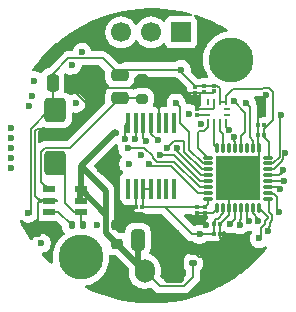
<source format=gbl>
%TF.GenerationSoftware,KiCad,Pcbnew,9.0.4*%
%TF.CreationDate,2025-10-05T00:28:02-04:00*%
%TF.ProjectId,bldc motor controller,626c6463-206d-46f7-946f-7220636f6e74,rev?*%
%TF.SameCoordinates,Original*%
%TF.FileFunction,Copper,L4,Bot*%
%TF.FilePolarity,Positive*%
%FSLAX46Y46*%
G04 Gerber Fmt 4.6, Leading zero omitted, Abs format (unit mm)*
G04 Created by KiCad (PCBNEW 9.0.4) date 2025-10-05 00:28:02*
%MOMM*%
%LPD*%
G01*
G04 APERTURE LIST*
G04 Aperture macros list*
%AMRoundRect*
0 Rectangle with rounded corners*
0 $1 Rounding radius*
0 $2 $3 $4 $5 $6 $7 $8 $9 X,Y pos of 4 corners*
0 Add a 4 corners polygon primitive as box body*
4,1,4,$2,$3,$4,$5,$6,$7,$8,$9,$2,$3,0*
0 Add four circle primitives for the rounded corners*
1,1,$1+$1,$2,$3*
1,1,$1+$1,$4,$5*
1,1,$1+$1,$6,$7*
1,1,$1+$1,$8,$9*
0 Add four rect primitives between the rounded corners*
20,1,$1+$1,$2,$3,$4,$5,0*
20,1,$1+$1,$4,$5,$6,$7,0*
20,1,$1+$1,$6,$7,$8,$9,0*
20,1,$1+$1,$8,$9,$2,$3,0*%
G04 Aperture macros list end*
%TA.AperFunction,ComponentPad*%
%ADD10C,3.800000*%
%TD*%
%TA.AperFunction,ComponentPad*%
%ADD11R,1.700000X1.700000*%
%TD*%
%TA.AperFunction,ComponentPad*%
%ADD12C,1.700000*%
%TD*%
%TA.AperFunction,ComponentPad*%
%ADD13RoundRect,0.250000X0.600000X0.750000X-0.600000X0.750000X-0.600000X-0.750000X0.600000X-0.750000X0*%
%TD*%
%TA.AperFunction,ComponentPad*%
%ADD14O,1.700000X2.000000*%
%TD*%
%TA.AperFunction,SMDPad,CuDef*%
%ADD15RoundRect,0.075000X0.125000X0.075000X-0.125000X0.075000X-0.125000X-0.075000X0.125000X-0.075000X0*%
%TD*%
%TA.AperFunction,SMDPad,CuDef*%
%ADD16RoundRect,0.075000X-0.125000X-0.075000X0.125000X-0.075000X0.125000X0.075000X-0.125000X0.075000X0*%
%TD*%
%TA.AperFunction,SMDPad,CuDef*%
%ADD17RoundRect,0.200000X0.275000X-0.200000X0.275000X0.200000X-0.275000X0.200000X-0.275000X-0.200000X0*%
%TD*%
%TA.AperFunction,SMDPad,CuDef*%
%ADD18RoundRect,0.075000X0.075000X-0.125000X0.075000X0.125000X-0.075000X0.125000X-0.075000X-0.125000X0*%
%TD*%
%TA.AperFunction,SMDPad,CuDef*%
%ADD19RoundRect,0.250000X-0.475000X0.250000X-0.475000X-0.250000X0.475000X-0.250000X0.475000X0.250000X0*%
%TD*%
%TA.AperFunction,SMDPad,CuDef*%
%ADD20RoundRect,0.075000X-0.075000X0.125000X-0.075000X-0.125000X0.075000X-0.125000X0.075000X0.125000X0*%
%TD*%
%TA.AperFunction,SMDPad,CuDef*%
%ADD21RoundRect,0.225000X0.250000X-0.225000X0.250000X0.225000X-0.250000X0.225000X-0.250000X-0.225000X0*%
%TD*%
%TA.AperFunction,SMDPad,CuDef*%
%ADD22RoundRect,0.140000X0.140000X0.170000X-0.140000X0.170000X-0.140000X-0.170000X0.140000X-0.170000X0*%
%TD*%
%TA.AperFunction,SMDPad,CuDef*%
%ADD23RoundRect,0.250000X-0.250000X-0.475000X0.250000X-0.475000X0.250000X0.475000X-0.250000X0.475000X0*%
%TD*%
%TA.AperFunction,SMDPad,CuDef*%
%ADD24R,0.400000X1.700000*%
%TD*%
%TA.AperFunction,SMDPad,CuDef*%
%ADD25O,0.900000X0.280000*%
%TD*%
%TA.AperFunction,SMDPad,CuDef*%
%ADD26O,0.280000X0.900000*%
%TD*%
%TA.AperFunction,SMDPad,CuDef*%
%ADD27R,3.700000X3.700000*%
%TD*%
%TA.AperFunction,SMDPad,CuDef*%
%ADD28RoundRect,0.250000X0.650000X-0.750000X0.650000X0.750000X-0.650000X0.750000X-0.650000X-0.750000X0*%
%TD*%
%TA.AperFunction,SMDPad,CuDef*%
%ADD29R,0.280000X0.500000*%
%TD*%
%TA.AperFunction,SMDPad,CuDef*%
%ADD30R,0.500000X0.280000*%
%TD*%
%TA.AperFunction,SMDPad,CuDef*%
%ADD31RoundRect,0.140000X0.170000X-0.140000X0.170000X0.140000X-0.170000X0.140000X-0.170000X-0.140000X0*%
%TD*%
%TA.AperFunction,SMDPad,CuDef*%
%ADD32RoundRect,0.250000X-0.325000X-0.650000X0.325000X-0.650000X0.325000X0.650000X-0.325000X0.650000X0*%
%TD*%
%TA.AperFunction,SMDPad,CuDef*%
%ADD33R,1.100000X0.600000*%
%TD*%
%TA.AperFunction,ViaPad*%
%ADD34C,0.600000*%
%TD*%
%TA.AperFunction,Conductor*%
%ADD35C,0.500000*%
%TD*%
%TA.AperFunction,Conductor*%
%ADD36C,0.200000*%
%TD*%
G04 APERTURE END LIST*
D10*
%TO.P,REF\u002A\u002A,1*%
%TO.N,N/C*%
X136500000Y-96600000D03*
%TD*%
%TO.P,REF\u002A\u002A,1*%
%TO.N,N/C*%
X149250000Y-79850000D03*
%TD*%
D11*
%TO.P,U8,1,1*%
%TO.N,PHASE-A*%
X144990000Y-77550000D03*
D12*
%TO.P,U8,2,2*%
%TO.N,PHASE-B*%
X142450000Y-77550000D03*
%TO.P,U8,3,3*%
%TO.N,PHASE-C*%
X139910000Y-77550000D03*
%TD*%
D13*
%TO.P,CN1,1,1*%
%TO.N,TI_AGND*%
X144400000Y-97750000D03*
D14*
%TO.P,CN1,2,2*%
%TO.N,+BATT*%
X141900000Y-97750000D03*
%TD*%
D15*
%TO.P,C12,1*%
%TO.N,TI_AGND*%
X148255514Y-94595514D03*
%TO.P,C12,2*%
%TO.N,TI_VREF*%
X147755514Y-94595514D03*
%TD*%
%TO.P,C19,1*%
%TO.N,TI_VREF*%
X141695620Y-92300000D03*
%TO.P,C19,2*%
%TO.N,TI_AGND*%
X141195620Y-92300000D03*
%TD*%
D16*
%TO.P,C16,1*%
%TO.N,TI_AGND*%
X151500000Y-86250000D03*
%TO.P,C16,2*%
%TO.N,TI_VREF*%
X152000000Y-86250000D03*
%TD*%
D17*
%TO.P,R6,1*%
%TO.N,Net-(U4-FB)*%
X141700000Y-83150000D03*
%TO.P,R6,2*%
%TO.N,TI_AGND*%
X141700000Y-81500000D03*
%TD*%
D18*
%TO.P,C20,1*%
%TO.N,Net-(U6-C1)*%
X146325000Y-84550000D03*
%TO.P,C20,2*%
%TO.N,TI_AGND*%
X146325000Y-84050000D03*
%TD*%
D19*
%TO.P,R1,1*%
%TO.N,TI_VREF*%
X139800000Y-81200000D03*
%TO.P,R1,2*%
%TO.N,Net-(U4-FB)*%
X139800000Y-83100000D03*
%TD*%
D18*
%TO.P,C15,1*%
%TO.N,TI_AGND*%
X147005514Y-92845514D03*
%TO.P,C15,2*%
%TO.N,TI_VREF*%
X147005514Y-92345514D03*
%TD*%
D20*
%TO.P,C21,1*%
%TO.N,TI_VREF*%
X146150000Y-82150000D03*
%TO.P,C21,2*%
%TO.N,TI_AGND*%
X146150000Y-82650000D03*
%TD*%
D18*
%TO.P,C14,1*%
%TO.N,TI_AGND*%
X146305514Y-92845514D03*
%TO.P,C14,2*%
%TO.N,TI_VREF*%
X146305514Y-92345514D03*
%TD*%
D21*
%TO.P,C9,1*%
%TO.N,+BATT*%
X139550000Y-95450000D03*
%TO.P,C9,2*%
%TO.N,TI_AGND*%
X139550000Y-93900000D03*
%TD*%
D22*
%TO.P,C11,1*%
%TO.N,Net-(U4-SW)*%
X136680000Y-93900000D03*
%TO.P,C11,2*%
%TO.N,Net-(U4-CB)*%
X135720000Y-93900000D03*
%TD*%
D23*
%TO.P,C2,1*%
%TO.N,TI_VREF*%
X134100000Y-81800000D03*
%TO.P,C2,2*%
%TO.N,TI_AGND*%
X136000000Y-81800000D03*
%TD*%
D20*
%TO.P,C22,1*%
%TO.N,TI_VREF*%
X146950000Y-82100000D03*
%TO.P,C22,2*%
%TO.N,TI_AGND*%
X146950000Y-82600000D03*
%TD*%
D24*
%TO.P,U5,1,CSn*%
%TO.N,NSS1*%
X140475620Y-85200000D03*
%TO.P,U5,2,CLK*%
%TO.N,SCK1*%
X141125620Y-85200000D03*
%TO.P,U5,3,MISO*%
%TO.N,MISO1*%
X141775620Y-85200000D03*
%TO.P,U5,4,MOSI*%
%TO.N,MOSI1*%
X142425620Y-85200000D03*
%TO.P,U5,5,TEST*%
%TO.N,TI_AGND*%
X143075620Y-85200000D03*
%TO.P,U5,6,B*%
%TO.N,unconnected-(U5-B-Pad6)*%
X143725620Y-85200000D03*
%TO.P,U5,7,A*%
%TO.N,unconnected-(U5-A-Pad7)*%
X144375620Y-85200000D03*
%TO.P,U5,8,W/PWM*%
%TO.N,unconnected-(U5-W{slash}PWM-Pad8)*%
X144375620Y-90800000D03*
%TO.P,U5,9,V*%
%TO.N,unconnected-(U5-V-Pad9)*%
X143725620Y-90800000D03*
%TO.P,U5,10,U*%
%TO.N,unconnected-(U5-U-Pad10)*%
X143075620Y-90800000D03*
%TO.P,U5,11,VDD*%
%TO.N,TI_VREF*%
X142425620Y-90800000D03*
%TO.P,U5,12,VDD3V*%
X141775620Y-90800000D03*
%TO.P,U5,13,GND*%
%TO.N,TI_AGND*%
X141125620Y-90800000D03*
%TO.P,U5,14,I/PWM*%
%TO.N,unconnected-(U5-I{slash}PWM-Pad14)*%
X140475620Y-90800000D03*
%TD*%
D25*
%TO.P,U3,1,VDD*%
%TO.N,TI_VREF*%
X152350000Y-88150000D03*
%TO.P,U3,2,PF0-OSC_IN*%
%TO.N,TIM1_CH3N*%
X152350000Y-88650000D03*
%TO.P,U3,3,PF1-OSC_OUT*%
%TO.N,TI_FAULT*%
X152350000Y-89150000D03*
%TO.P,U3,4,PG10-NRST*%
%TO.N,Reset*%
X152350000Y-89650000D03*
%TO.P,U3,5,PA0*%
%TO.N,SOA*%
X152350000Y-90150000D03*
%TO.P,U3,6,PA1*%
%TO.N,SOB*%
X152350000Y-90650000D03*
%TO.P,U3,7,PA2*%
%TO.N,UART_TX*%
X152350000Y-91150000D03*
%TO.P,U3,8,PA3*%
%TO.N,UART_RX*%
X152350000Y-91650000D03*
D26*
%TO.P,U3,9,PA4*%
%TO.N,NSS1*%
X151550000Y-92450000D03*
%TO.P,U3,10,PA5*%
%TO.N,SCK1*%
X151050000Y-92450000D03*
%TO.P,U3,11,PA6*%
%TO.N,SOC*%
X150550000Y-92450000D03*
%TO.P,U3,12,PA7*%
%TO.N,TIM1_CH1N*%
X150050000Y-92450000D03*
%TO.P,U3,13,PB0*%
%TO.N,TIM1_CH2N*%
X149550000Y-92450000D03*
%TO.P,U3,14,VSSA*%
%TO.N,TI_AGND*%
X149050000Y-92450000D03*
%TO.P,U3,15,VDDA*%
%TO.N,TI_VREF*%
X148550000Y-92450000D03*
%TO.P,U3,16,VSS*%
%TO.N,TI_AGND*%
X148050000Y-92450000D03*
D25*
%TO.P,U3,17,VDD*%
%TO.N,TI_VREF*%
X147250000Y-91650000D03*
%TO.P,U3,18,PA8*%
%TO.N,TIM1_CH1*%
X147250000Y-91150000D03*
%TO.P,U3,19,PA9*%
%TO.N,TIM1_CH2*%
X147250000Y-90650000D03*
%TO.P,U3,20,PA10*%
%TO.N,TIM1_CH3*%
X147250000Y-90150000D03*
%TO.P,U3,21,PA11*%
%TO.N,CAN_RX*%
X147250000Y-89650000D03*
%TO.P,U3,22,PA12*%
%TO.N,CAN_TX*%
X147250000Y-89150000D03*
%TO.P,U3,23,PA13*%
%TO.N,SCL1*%
X147250000Y-88650000D03*
%TO.P,U3,24,PA14*%
%TO.N,SDA1*%
X147250000Y-88150000D03*
D26*
%TO.P,U3,25,PA15*%
%TO.N,ENAB_MAG*%
X148050000Y-87350000D03*
%TO.P,U3,26,PB3*%
%TO.N,ENAB_XL*%
X148550000Y-87350000D03*
%TO.P,U3,27,PB4*%
%TO.N,unconnected-(U3-PB4-Pad27)*%
X149050000Y-87350000D03*
%TO.P,U3,28,PB5*%
%TO.N,MOSI1*%
X149550000Y-87350000D03*
%TO.P,U3,29,PB6*%
%TO.N,MISO1*%
X150050000Y-87350000D03*
%TO.P,U3,30,PB7*%
%TO.N,unconnected-(U3-PB7-Pad30)*%
X150550000Y-87350000D03*
%TO.P,U3,31,PB8-BOOT0*%
%TO.N,BOOT0*%
X151050000Y-87350000D03*
%TO.P,U3,32,VSS*%
%TO.N,TI_AGND*%
X151550000Y-87350000D03*
D27*
%TO.P,U3,33,EP*%
X149800000Y-89900000D03*
%TD*%
D28*
%TO.P,L1,1,1*%
%TO.N,Net-(U4-SW)*%
X134350000Y-88650000D03*
%TO.P,L1,2,2*%
%TO.N,TI_VREF*%
X134350000Y-84150000D03*
%TD*%
D29*
%TO.P,U6,1,SCL/SPC*%
%TO.N,SCL1*%
X148775000Y-85175000D03*
%TO.P,U6,2,CS_XL*%
%TO.N,ENAB_XL*%
X148275000Y-85175000D03*
%TO.P,U6,3,CS_MAG*%
%TO.N,ENAB_MAG*%
X147775000Y-85175000D03*
%TO.P,U6,4,SDA/SDI/SDO*%
%TO.N,SDA1*%
X147275000Y-85175000D03*
D30*
%TO.P,U6,5,C1*%
%TO.N,Net-(U6-C1)*%
X147150000Y-84550000D03*
%TO.P,U6,6,GND*%
%TO.N,TI_AGND*%
X147150000Y-84050000D03*
D29*
%TO.P,U6,7,INT_MAG/DRDY*%
%TO.N,unconnected-(U6-INT_MAG{slash}DRDY-Pad7)*%
X147275000Y-83425000D03*
%TO.P,U6,8,GND*%
%TO.N,TI_AGND*%
X147775000Y-83425000D03*
%TO.P,U6,9,Vdd*%
%TO.N,TI_VREF*%
X148275000Y-83425000D03*
%TO.P,U6,10,Vdd_IO*%
X148775000Y-83425000D03*
D30*
%TO.P,U6,11,INT_2_XL*%
%TO.N,unconnected-(U6-INT_2_XL-Pad11)*%
X148900000Y-84050000D03*
%TO.P,U6,12,INT_1_XL*%
%TO.N,unconnected-(U6-INT_1_XL-Pad12)*%
X148900000Y-84550000D03*
%TD*%
D31*
%TO.P,C8,1*%
%TO.N,+BATT*%
X146000000Y-97080000D03*
%TO.P,C8,2*%
%TO.N,TI_AGND*%
X146000000Y-96120000D03*
%TD*%
D15*
%TO.P,C13,1*%
%TO.N,TI_AGND*%
X148255514Y-93795514D03*
%TO.P,C13,2*%
%TO.N,TI_VREF*%
X147755514Y-93795514D03*
%TD*%
D32*
%TO.P,C1,1*%
%TO.N,+BATT*%
X141325000Y-95100000D03*
%TO.P,C1,2*%
%TO.N,TI_AGND*%
X144275000Y-95100000D03*
%TD*%
D16*
%TO.P,C17,1*%
%TO.N,TI_AGND*%
X151500000Y-85400000D03*
%TO.P,C17,2*%
%TO.N,TI_VREF*%
X152000000Y-85400000D03*
%TD*%
D33*
%TO.P,U4,1,CB*%
%TO.N,Net-(U4-CB)*%
X133800000Y-92750000D03*
%TO.P,U4,2,GND*%
%TO.N,TI_AGND*%
X133800000Y-91800000D03*
%TO.P,U4,3,FB*%
%TO.N,Net-(U4-FB)*%
X133800000Y-90850000D03*
%TO.P,U4,4,EN*%
%TO.N,+BATT*%
X136500000Y-90850000D03*
%TO.P,U4,5,VIN*%
X136500000Y-91800000D03*
%TO.P,U4,6,SW*%
%TO.N,Net-(U4-SW)*%
X136500000Y-92750000D03*
%TD*%
D20*
%TO.P,C23,1*%
%TO.N,TI_VREF*%
X147800000Y-82050000D03*
%TO.P,C23,2*%
%TO.N,TI_AGND*%
X147800000Y-82550000D03*
%TD*%
D34*
%TO.N,+BATT*%
X139450000Y-86089416D03*
X136100000Y-83536217D03*
%TO.N,TI_AGND*%
X132900000Y-94600000D03*
X147052917Y-93897083D03*
X136600000Y-78000000D03*
X143037103Y-83361483D03*
X152150000Y-82850000D03*
X138156663Y-89114877D03*
X148715544Y-96357772D03*
X139550000Y-92650000D03*
%TO.N,TI_VREF*%
X132049000Y-92850000D03*
X145000062Y-80700062D03*
X146552917Y-94650000D03*
%TO.N,I-LIMIT*%
X141624555Y-87926974D03*
X135726910Y-80350000D03*
%TO.N,TI_AVDD*%
X136600000Y-79249000D03*
X132325680Y-82924320D03*
X140550001Y-88702000D03*
%TO.N,Reset*%
X153649369Y-89199928D03*
%TO.N,SOA*%
X153678553Y-90127028D03*
%TO.N,SOB*%
X153328641Y-90846446D03*
X137874000Y-93851000D03*
%TO.N,SOC*%
X133150000Y-95400000D03*
X150705514Y-93540000D03*
%TO.N,BOOT0*%
X150500000Y-83550000D03*
%TO.N,TIM1_CH1N*%
X130599750Y-85650000D03*
X149952231Y-93817943D03*
%TO.N,TIM1_CH1*%
X142301000Y-88700000D03*
X132100000Y-83749750D03*
%TO.N,TI_FAULT*%
X153818419Y-87800000D03*
X132560290Y-81654050D03*
%TO.N,TIM1_CH3*%
X143200000Y-87900000D03*
X130549750Y-88200000D03*
%TO.N,TIM1_CH3N*%
X153412018Y-84537980D03*
X130549750Y-89000000D03*
%TO.N,TIM1_CH2N*%
X149155514Y-93745514D03*
X130549750Y-87350000D03*
%TO.N,TIM1_CH2*%
X130549750Y-86500000D03*
X140469778Y-87369221D03*
%TO.N,UART_RX*%
X145640287Y-84443115D03*
X152373265Y-94355583D03*
%TO.N,UART_TX*%
X146634998Y-85334785D03*
X153300000Y-92800000D03*
%TO.N,MOSI1*%
X149450000Y-86450000D03*
X143000000Y-86700000D03*
%TO.N,NSS1*%
X140249997Y-86600000D03*
X151600000Y-95000000D03*
%TO.N,SCL1*%
X149010487Y-85781545D03*
X144550000Y-83500000D03*
%TO.N,MISO1*%
X142050000Y-86725974D03*
X149450000Y-83400000D03*
%TO.N,SCK1*%
X151505374Y-93525002D03*
X141050000Y-86600000D03*
%TO.N,CAN_RX*%
X144634828Y-87343799D03*
%TO.N,CAN_TX*%
X143770762Y-87328263D03*
%TD*%
D35*
%TO.N,+BATT*%
X139550000Y-95450000D02*
X138624000Y-94524000D01*
D36*
X145235160Y-99051000D02*
X143201000Y-99051000D01*
X143201000Y-99051000D02*
X141900000Y-97750000D01*
D35*
X138624000Y-92974000D02*
X138624000Y-90973000D01*
D36*
X146000000Y-98286160D02*
X145235160Y-99051000D01*
D35*
X141250000Y-97100000D02*
X141900000Y-97750000D01*
X138624000Y-90973000D02*
X136500000Y-88849000D01*
X138624000Y-94524000D02*
X138624000Y-92974000D01*
X136500000Y-90850000D02*
X136500000Y-88849000D01*
X138624000Y-92974000D02*
X136500000Y-90850000D01*
X141850000Y-97750000D02*
X139550000Y-95450000D01*
X136400000Y-90850000D02*
X136400000Y-91800000D01*
X141325000Y-95100000D02*
X141325000Y-97175000D01*
D36*
X146000000Y-97080000D02*
X146000000Y-98286160D01*
D35*
X136500000Y-88849000D02*
X139349000Y-86000000D01*
D36*
%TO.N,TI_AGND*%
X149050000Y-93001085D02*
X148255514Y-93795571D01*
X140900062Y-82299938D02*
X136499938Y-82299938D01*
X151550000Y-87350000D02*
X151550000Y-88150000D01*
X147052917Y-93897083D02*
X147056011Y-93900178D01*
D35*
X140689840Y-92999000D02*
X139550000Y-91859160D01*
X139550000Y-90508214D02*
X139550000Y-92650000D01*
D36*
X141700000Y-81500000D02*
X142851000Y-82651000D01*
X146250000Y-83975000D02*
X146325000Y-84050000D01*
X146305514Y-93149681D02*
X147056011Y-93900178D01*
D35*
X139550000Y-92650000D02*
X139550000Y-93900000D01*
D36*
X146481000Y-96601000D02*
X146000000Y-96120000D01*
X151499000Y-83501000D02*
X151499000Y-85700000D01*
D35*
X140451000Y-92999000D02*
X139550000Y-93900000D01*
D36*
X136951000Y-83538690D02*
X136000000Y-82587690D01*
X136499938Y-82299938D02*
X136000000Y-81800000D01*
X147775000Y-83950000D02*
X147675000Y-84050000D01*
X133800000Y-91800000D02*
X133050000Y-91800000D01*
X146305514Y-92845514D02*
X146305514Y-93149681D01*
D35*
X140689840Y-92999000D02*
X140451000Y-92999000D01*
D36*
X136951000Y-84036576D02*
X136951000Y-83538690D01*
X149050000Y-92450000D02*
X149050000Y-93001085D01*
X148255514Y-94955514D02*
X148255514Y-94595514D01*
X145295000Y-96120000D02*
X144275000Y-95100000D01*
X148715544Y-96357772D02*
X148472316Y-96601000D01*
X147005514Y-92845514D02*
X147654486Y-92845514D01*
X132900000Y-91950000D02*
X132900000Y-94600000D01*
X141125620Y-92230000D02*
X141195620Y-92300000D01*
X141700000Y-81500000D02*
X140900062Y-82299938D01*
X141700000Y-81500000D02*
X143075620Y-82875620D01*
X141150000Y-92300000D02*
X139550000Y-93900000D01*
X146305514Y-92845514D02*
X147005514Y-92845514D01*
X148715544Y-96357772D02*
X148715544Y-95415544D01*
D35*
X141660796Y-92999000D02*
X140689840Y-92999000D01*
D36*
X147675000Y-84050000D02*
X147150000Y-84050000D01*
X147654486Y-92845514D02*
X148050000Y-92450000D01*
X135287576Y-85700000D02*
X136951000Y-84036576D01*
X136000000Y-82587690D02*
X136000000Y-81800000D01*
X133050000Y-91800000D02*
X132900000Y-91950000D01*
X146000000Y-96120000D02*
X145295000Y-96120000D01*
X147005514Y-93849681D02*
X147052917Y-93897083D01*
X147150000Y-84050000D02*
X146325000Y-84050000D01*
D35*
X144400000Y-97750000D02*
X144400000Y-95738204D01*
D36*
X132651000Y-85866100D02*
X132817100Y-85700000D01*
X147700000Y-82650000D02*
X147800000Y-82550000D01*
X146250000Y-82650000D02*
X147700000Y-82650000D01*
X143075620Y-82875620D02*
X143075620Y-85200000D01*
X152150000Y-82850000D02*
X151499000Y-83501000D01*
X133050000Y-91800000D02*
X132651000Y-91401000D01*
X151500000Y-86950000D02*
X151500000Y-85700000D01*
X146250000Y-82650000D02*
X146250000Y-83975000D01*
X148255514Y-93795571D02*
X148255514Y-94595514D01*
X141125620Y-90800000D02*
X141125620Y-92230000D01*
X148715544Y-95415544D02*
X148255514Y-94955514D01*
X132651000Y-91401000D02*
X132651000Y-85866100D01*
D35*
X144400000Y-95738204D02*
X141660796Y-92999000D01*
D36*
X147005514Y-92845514D02*
X147005514Y-93849681D01*
D35*
X139550000Y-91859160D02*
X139550000Y-90508214D01*
D36*
X132817100Y-85700000D02*
X135287576Y-85700000D01*
X147775000Y-83425000D02*
X147775000Y-83950000D01*
D35*
X138156663Y-89114877D02*
X139550000Y-90508214D01*
D36*
X142851000Y-82651000D02*
X146250000Y-82651000D01*
X149050000Y-92450000D02*
X149050000Y-90650000D01*
X148472316Y-96601000D02*
X146481000Y-96601000D01*
%TO.N,TI_VREF*%
X145950000Y-94650000D02*
X143600000Y-92300000D01*
X147250000Y-92101028D02*
X147005514Y-92345514D01*
X148775000Y-83425000D02*
X148275000Y-83425000D01*
X152751000Y-84949000D02*
X152000000Y-85700000D01*
X147754514Y-94450000D02*
X147754514Y-94595514D01*
X148275000Y-83425000D02*
X148275000Y-82291176D01*
X139800000Y-81200000D02*
X138349000Y-79749000D01*
X141695620Y-92300000D02*
X146260000Y-92300000D01*
X148550000Y-92883668D02*
X148089154Y-93344514D01*
X152400000Y-86800000D02*
X152400000Y-88100000D01*
X147701028Y-94650000D02*
X147755514Y-94595514D01*
X132250000Y-92951000D02*
X132250000Y-92650000D01*
X148089154Y-93344514D02*
X147972690Y-93344514D01*
X152751000Y-82601057D02*
X152751000Y-84949000D01*
X147754514Y-93562690D02*
X147754514Y-94450000D01*
X140299938Y-80700062D02*
X145000062Y-80700062D01*
X151901057Y-82249000D02*
X152398943Y-82249000D01*
X152000000Y-85700000D02*
X152000000Y-86400000D01*
X148550000Y-92450000D02*
X148550000Y-92883668D01*
X147972690Y-93344514D02*
X147754514Y-93562690D01*
X146305514Y-92345514D02*
X147005514Y-92345514D01*
X152398943Y-82249000D02*
X152751000Y-82601057D01*
X145000062Y-80900062D02*
X146250000Y-82150000D01*
X142425620Y-90800000D02*
X141775620Y-90800000D01*
X149399000Y-82351000D02*
X151799057Y-82351000D01*
X134100000Y-83450000D02*
X134100000Y-81800000D01*
X148775000Y-83425000D02*
X148775000Y-82975000D01*
X147600000Y-82100000D02*
X147850000Y-82100000D01*
X146552917Y-94650000D02*
X147701028Y-94650000D01*
X134100000Y-81075000D02*
X134100000Y-81800000D01*
X147250000Y-91650000D02*
X147250000Y-92101028D01*
X148775000Y-82975000D02*
X149399000Y-82351000D01*
X147754514Y-94450000D02*
X147703336Y-94501178D01*
X143600000Y-92300000D02*
X141695620Y-92300000D01*
X139800000Y-81200000D02*
X140299938Y-80700062D01*
X132250000Y-85700000D02*
X133800000Y-84150000D01*
X132250000Y-92650000D02*
X132250000Y-85700000D01*
X138349000Y-79749000D02*
X135426000Y-79749000D01*
X141775620Y-92220000D02*
X141695620Y-92300000D01*
X148275000Y-82291176D02*
X148033824Y-82050000D01*
X147600000Y-82100000D02*
X146300000Y-82100000D01*
X135426000Y-79749000D02*
X134100000Y-81075000D01*
X152400000Y-88100000D02*
X152350000Y-88150000D01*
X148033824Y-82050000D02*
X147800000Y-82050000D01*
X152000000Y-86400000D02*
X152400000Y-86800000D01*
X145000062Y-80700062D02*
X145000062Y-80900062D01*
X146552917Y-94650000D02*
X145950000Y-94650000D01*
X141775620Y-90800000D02*
X141775620Y-92220000D01*
X151799057Y-82351000D02*
X151901057Y-82249000D01*
X132050000Y-92850000D02*
X132250000Y-92650000D01*
%TO.N,Net-(U4-SW)*%
X136500000Y-93720000D02*
X136680000Y-93900000D01*
X135898000Y-92750000D02*
X135150000Y-92002000D01*
X136500000Y-92750000D02*
X136500000Y-93720000D01*
X135150000Y-92002000D02*
X135150000Y-89150000D01*
X136500000Y-92750000D02*
X135898000Y-92750000D01*
%TO.N,Net-(U4-CB)*%
X135720000Y-93900000D02*
X134570000Y-92750000D01*
X134570000Y-92750000D02*
X133800000Y-92750000D01*
%TO.N,Net-(U6-C1)*%
X147150000Y-84550000D02*
X146325000Y-84550000D01*
%TO.N,Reset*%
X153314624Y-89650000D02*
X152350000Y-89650000D01*
X153528408Y-89320889D02*
X153528408Y-89436216D01*
X153528408Y-89436216D02*
X153314624Y-89650000D01*
%TO.N,Net-(U4-FB)*%
X133464840Y-87349000D02*
X133149000Y-87664840D01*
X139800000Y-83100000D02*
X135551000Y-87349000D01*
X133800000Y-90850000D02*
X133149000Y-90199000D01*
X139800000Y-83100000D02*
X141650000Y-83100000D01*
X133149000Y-90199000D02*
X133149000Y-87664840D01*
X135551000Y-87349000D02*
X133464840Y-87349000D01*
%TO.N,SOA*%
X153655581Y-90150000D02*
X152350000Y-90150000D01*
X153678553Y-90127028D02*
X153655581Y-90150000D01*
%TO.N,SOB*%
X153328641Y-90846446D02*
X153132195Y-90650000D01*
X153132195Y-90650000D02*
X152350000Y-90650000D01*
%TO.N,SOC*%
X150550000Y-93540000D02*
X150705514Y-93540000D01*
X150550000Y-92450000D02*
X150550000Y-93540000D01*
X150550000Y-93540000D02*
X150705514Y-93695514D01*
%TO.N,BOOT0*%
X150800000Y-83850000D02*
X150800000Y-86433824D01*
X150500000Y-83550000D02*
X150800000Y-83850000D01*
X151099000Y-86732824D02*
X151099000Y-87390000D01*
X150800000Y-86433824D02*
X151099000Y-86732824D01*
%TO.N,TIM1_CH1N*%
X149952231Y-93437769D02*
X150050000Y-93340000D01*
X149952231Y-93817943D02*
X149952231Y-93437769D01*
X150050000Y-93340000D02*
X150050000Y-92450000D01*
%TO.N,TIM1_CH1*%
X142503000Y-88902000D02*
X144152000Y-88902000D01*
X142301000Y-88700000D02*
X142503000Y-88902000D01*
X146400000Y-91150000D02*
X147250000Y-91150000D01*
X144152000Y-88902000D02*
X146400000Y-91150000D01*
%TO.N,TI_FAULT*%
X153549354Y-88450000D02*
X152849354Y-89150000D01*
X153818419Y-87800000D02*
X153619419Y-87999000D01*
X153619419Y-88239927D02*
X153549354Y-88309992D01*
X153619419Y-87999000D02*
X153619419Y-88239927D01*
X152849354Y-89150000D02*
X152350000Y-89150000D01*
X153549354Y-88309992D02*
X153549354Y-88450000D01*
%TO.N,TIM1_CH3*%
X144409831Y-87944799D02*
X146615032Y-90150000D01*
X146615032Y-90150000D02*
X147250000Y-90150000D01*
X143244799Y-87944799D02*
X144409831Y-87944799D01*
X143200000Y-87900000D02*
X143244799Y-87944799D01*
%TO.N,TIM1_CH3N*%
X153318419Y-88115249D02*
X152783668Y-88650000D01*
X153474292Y-84537980D02*
X153318419Y-84693853D01*
X152350000Y-88650000D02*
X152783668Y-88650000D01*
X153412018Y-84537980D02*
X153474292Y-84537980D01*
X152350000Y-88650000D02*
X152782254Y-88650000D01*
X153318419Y-84693853D02*
X153318419Y-88115249D01*
%TO.N,TIM1_CH2N*%
X149550000Y-92450000D02*
X149550000Y-93351028D01*
X149550000Y-93351028D02*
X149155514Y-93745514D01*
%TO.N,TIM1_CH2*%
X141873498Y-87325974D02*
X140513025Y-87325974D01*
X147250000Y-90650000D02*
X146547932Y-90650000D01*
X146547932Y-90650000D02*
X144398932Y-88501000D01*
X144398932Y-88501000D02*
X142951057Y-88501000D01*
X142951057Y-88501000D02*
X142599000Y-88148943D01*
X140513025Y-87325974D02*
X140469778Y-87369221D01*
X142599000Y-88051476D02*
X141873498Y-87325974D01*
X142599000Y-88148943D02*
X142599000Y-88051476D01*
%TO.N,UART_RX*%
X152507374Y-93940045D02*
X152507374Y-93659726D01*
X152706377Y-93039277D02*
X152400000Y-92732900D01*
X152507374Y-93659726D02*
X152706377Y-93460723D01*
X152400000Y-94328848D02*
X152400000Y-94047419D01*
X152373265Y-94355583D02*
X152400000Y-94328848D01*
X152706377Y-93460723D02*
X152706377Y-93039277D01*
X152400000Y-91700000D02*
X152350000Y-91650000D01*
X152400000Y-92732900D02*
X152400000Y-91700000D01*
X152400000Y-94047419D02*
X152507374Y-93940045D01*
%TO.N,UART_TX*%
X153101000Y-91832668D02*
X153101000Y-91467332D01*
X153300000Y-92800000D02*
X153123707Y-92623707D01*
X153101000Y-91467332D02*
X152842668Y-91209000D01*
X153123707Y-92623707D02*
X153123707Y-91923707D01*
X152409000Y-91209000D02*
X152350000Y-91150000D01*
X152842668Y-91209000D02*
X152409000Y-91209000D01*
X153123707Y-91923707D02*
X153066834Y-91866834D01*
X153066834Y-91866834D02*
X153101000Y-91832668D01*
%TO.N,MOSI1*%
X142425620Y-85200000D02*
X142425620Y-86125620D01*
X149430778Y-86469222D02*
X149430778Y-86720778D01*
X149450000Y-86450000D02*
X149430778Y-86469222D01*
X142425620Y-86125620D02*
X143000000Y-86700000D01*
X149550000Y-86840000D02*
X149550000Y-87350000D01*
X149430778Y-86720778D02*
X149550000Y-86840000D01*
%TO.N,SDA1*%
X146883941Y-85935785D02*
X146514215Y-85935785D01*
X147235998Y-85214002D02*
X147235998Y-85583728D01*
X146514215Y-85935785D02*
X146400000Y-86050000D01*
X147235998Y-85583728D02*
X146883941Y-85935785D01*
X146400000Y-87300000D02*
X147250000Y-88150000D01*
X146400000Y-86050000D02*
X146400000Y-87300000D01*
%TO.N,NSS1*%
X152106374Y-93773945D02*
X152106374Y-93493626D01*
X152305377Y-93294623D02*
X152305377Y-93205377D01*
X140475620Y-85200000D02*
X140249997Y-85425623D01*
X151754317Y-94845683D02*
X151754317Y-94126002D01*
X140249997Y-85425623D02*
X140249997Y-86600000D01*
X152106374Y-93493626D02*
X152305377Y-93294623D01*
X151600000Y-95000000D02*
X151754317Y-94845683D01*
X152305377Y-93205377D02*
X151550000Y-92450000D01*
X151754317Y-94126002D02*
X152106374Y-93773945D01*
%TO.N,SCL1*%
X145651000Y-87484668D02*
X145651000Y-86001000D01*
X144876620Y-83826620D02*
X144550000Y-83500000D01*
X148775000Y-85546058D02*
X148775000Y-85175000D01*
X146816332Y-88650000D02*
X145651000Y-87484668D01*
X149010487Y-85781545D02*
X148775000Y-85546058D01*
X147250000Y-88650000D02*
X146816332Y-88650000D01*
X144876620Y-85226620D02*
X144876620Y-83826620D01*
X145651000Y-86001000D02*
X144876620Y-85226620D01*
%TO.N,MISO1*%
X141775620Y-86451594D02*
X142050000Y-86725974D01*
X150399000Y-86002028D02*
X150050000Y-86351028D01*
X150050000Y-86351028D02*
X150050000Y-87350000D01*
X150399000Y-84349000D02*
X150399000Y-86002028D01*
X141775620Y-85200000D02*
X141775620Y-86451594D01*
X149450000Y-83400000D02*
X150399000Y-84349000D01*
%TO.N,ENAB_XL*%
X148275000Y-85896001D02*
X148550000Y-86171001D01*
X148550000Y-86171001D02*
X148550000Y-87350000D01*
X148275000Y-85175000D02*
X148275000Y-85896001D01*
%TO.N,SCK1*%
X141125620Y-85200000D02*
X141125620Y-86524380D01*
X151505374Y-93525002D02*
X151505374Y-93339042D01*
X141125620Y-86524380D02*
X141050000Y-86600000D01*
X151505374Y-93339042D02*
X151050000Y-92883668D01*
X151050000Y-92883668D02*
X151050000Y-92450000D01*
%TO.N,CAN_RX*%
X146682132Y-89650000D02*
X147250000Y-89650000D01*
X144634828Y-87602696D02*
X146682132Y-89650000D01*
X144634828Y-87343799D02*
X144634828Y-87602696D01*
%TO.N,ENAB_MAG*%
X147775000Y-87075000D02*
X147775000Y-85175000D01*
X148050000Y-87350000D02*
X147775000Y-87075000D01*
%TO.N,CAN_TX*%
X144356226Y-86742799D02*
X145142799Y-86742799D01*
X146749232Y-89150000D02*
X147250000Y-89150000D01*
X145142799Y-86742799D02*
X145250000Y-86850000D01*
X143770762Y-87328263D02*
X144356226Y-86742799D01*
X145250000Y-87650768D02*
X146749232Y-89150000D01*
X145250000Y-86850000D02*
X145250000Y-87650768D01*
%TD*%
%TA.AperFunction,Conductor*%
%TO.N,TI_AGND*%
G36*
X139503173Y-86990656D02*
G01*
X139520952Y-86991928D01*
X139535230Y-87002617D01*
X139551939Y-87008851D01*
X139576877Y-87033794D01*
X139576885Y-87033800D01*
X139576889Y-87033806D01*
X139576893Y-87033810D01*
X139578882Y-87036468D01*
X139628208Y-87110289D01*
X139651753Y-87133834D01*
X139657070Y-87140938D01*
X139681480Y-87206405D01*
X139679412Y-87239429D01*
X139669278Y-87290374D01*
X139669278Y-87448067D01*
X139700039Y-87602710D01*
X139700042Y-87602722D01*
X139760380Y-87748393D01*
X139760387Y-87748406D01*
X139847988Y-87879509D01*
X139847991Y-87879513D01*
X139956519Y-87988041D01*
X139990004Y-88049364D01*
X139985020Y-88119056D01*
X139956519Y-88163403D01*
X139928214Y-88191707D01*
X139928211Y-88191711D01*
X139840610Y-88322814D01*
X139840603Y-88322827D01*
X139780265Y-88468498D01*
X139780262Y-88468510D01*
X139749501Y-88623153D01*
X139749501Y-88780846D01*
X139780262Y-88935489D01*
X139780265Y-88935501D01*
X139840603Y-89081172D01*
X139840610Y-89081185D01*
X139928211Y-89212288D01*
X139928214Y-89212292D01*
X140040093Y-89324171D01*
X140073578Y-89385494D01*
X140068594Y-89455186D01*
X140026724Y-89511118D01*
X139918072Y-89592455D01*
X139831826Y-89707664D01*
X139831822Y-89707671D01*
X139781528Y-89842517D01*
X139775121Y-89902116D01*
X139775120Y-89902135D01*
X139775120Y-91697870D01*
X139775121Y-91697876D01*
X139781528Y-91757483D01*
X139831822Y-91892328D01*
X139831826Y-91892335D01*
X139918072Y-92007544D01*
X139918075Y-92007547D01*
X140033284Y-92093793D01*
X140033291Y-92093797D01*
X140060379Y-92103900D01*
X140168137Y-92144091D01*
X140227747Y-92150500D01*
X140723492Y-92150499D01*
X140783103Y-92144091D01*
X140827787Y-92127425D01*
X140897478Y-92122441D01*
X140958801Y-92155926D01*
X140992286Y-92217249D01*
X140995120Y-92243607D01*
X140995120Y-92412727D01*
X141009933Y-92525235D01*
X141009933Y-92525236D01*
X141020070Y-92549710D01*
X141067922Y-92665233D01*
X141160169Y-92785451D01*
X141280387Y-92877698D01*
X141420384Y-92935687D01*
X141532900Y-92950500D01*
X141532907Y-92950500D01*
X141858333Y-92950500D01*
X141858340Y-92950500D01*
X141970856Y-92935687D01*
X142033016Y-92909938D01*
X142080469Y-92900500D01*
X143299903Y-92900500D01*
X143366942Y-92920185D01*
X143387584Y-92936819D01*
X145465139Y-95014374D01*
X145465149Y-95014385D01*
X145469479Y-95018715D01*
X145469480Y-95018716D01*
X145581284Y-95130520D01*
X145661193Y-95176655D01*
X145661194Y-95176656D01*
X145718209Y-95209574D01*
X145718210Y-95209575D01*
X145718212Y-95209575D01*
X145718215Y-95209577D01*
X145870943Y-95250501D01*
X145973153Y-95250501D01*
X146040192Y-95270186D01*
X146042044Y-95271399D01*
X146173731Y-95359390D01*
X146173744Y-95359397D01*
X146319415Y-95419735D01*
X146319420Y-95419737D01*
X146406232Y-95437005D01*
X146474070Y-95450499D01*
X146474073Y-95450500D01*
X146474075Y-95450500D01*
X146631761Y-95450500D01*
X146631762Y-95450499D01*
X146786414Y-95419737D01*
X146932096Y-95359394D01*
X146932102Y-95359390D01*
X147063792Y-95271398D01*
X147130470Y-95250520D01*
X147132683Y-95250500D01*
X147621967Y-95250500D01*
X147621971Y-95250501D01*
X147780085Y-95250501D01*
X147795455Y-95246382D01*
X147810358Y-95246046D01*
X147811196Y-95246271D01*
X147813155Y-95246014D01*
X147918227Y-95246014D01*
X147918234Y-95246014D01*
X148030750Y-95231201D01*
X148170747Y-95173212D01*
X148290965Y-95080965D01*
X148383212Y-94960747D01*
X148441201Y-94820750D01*
X148456014Y-94708234D01*
X148456014Y-94482794D01*
X148456012Y-94482785D01*
X148455877Y-94480716D01*
X148456014Y-94480103D01*
X148456014Y-94478735D01*
X148456320Y-94478735D01*
X148471129Y-94412532D01*
X148520823Y-94363417D01*
X148589182Y-94348965D01*
X148648502Y-94369493D01*
X148776328Y-94454904D01*
X148776341Y-94454911D01*
X148908497Y-94509651D01*
X148922017Y-94515251D01*
X149059670Y-94542632D01*
X149076667Y-94546013D01*
X149076670Y-94546014D01*
X149076672Y-94546014D01*
X149234358Y-94546014D01*
X149234359Y-94546013D01*
X149389011Y-94515251D01*
X149430221Y-94498180D01*
X149499688Y-94490711D01*
X149546566Y-94509640D01*
X149573043Y-94527332D01*
X149573058Y-94527340D01*
X149700475Y-94580117D01*
X149718734Y-94587680D01*
X149842627Y-94612324D01*
X149873384Y-94618442D01*
X149873387Y-94618443D01*
X149873389Y-94618443D01*
X150031075Y-94618443D01*
X150031076Y-94618442D01*
X150185728Y-94587680D01*
X150331410Y-94527337D01*
X150462520Y-94439732D01*
X150526104Y-94376147D01*
X150587424Y-94342664D01*
X150608278Y-94339952D01*
X150621061Y-94339383D01*
X150626672Y-94340500D01*
X150784356Y-94340500D01*
X150838556Y-94329718D01*
X150847982Y-94329300D01*
X150873113Y-94335481D01*
X150898886Y-94337788D01*
X150906484Y-94343690D01*
X150915829Y-94345989D01*
X150933626Y-94364774D01*
X150954064Y-94380650D01*
X150957265Y-94389725D01*
X150963883Y-94396710D01*
X150968699Y-94422134D01*
X150977309Y-94446540D01*
X150975096Y-94455904D01*
X150976887Y-94465359D01*
X150967193Y-94489349D01*
X150961242Y-94514537D01*
X150956589Y-94522069D01*
X150890609Y-94620814D01*
X150890602Y-94620827D01*
X150830264Y-94766498D01*
X150830261Y-94766510D01*
X150799500Y-94921153D01*
X150799500Y-95078846D01*
X150830261Y-95233489D01*
X150830264Y-95233501D01*
X150890602Y-95379172D01*
X150890609Y-95379185D01*
X150978210Y-95510288D01*
X150978213Y-95510292D01*
X151089707Y-95621786D01*
X151089711Y-95621789D01*
X151220814Y-95709390D01*
X151220827Y-95709397D01*
X151354263Y-95764667D01*
X151366503Y-95769737D01*
X151518690Y-95800009D01*
X151521153Y-95800499D01*
X151521156Y-95800500D01*
X151521158Y-95800500D01*
X151678844Y-95800500D01*
X151678845Y-95800499D01*
X151833497Y-95769737D01*
X151979179Y-95709394D01*
X152073887Y-95646112D01*
X152140562Y-95625235D01*
X152207942Y-95643719D01*
X152254633Y-95695698D01*
X152265809Y-95764667D01*
X152239723Y-95826528D01*
X152052256Y-96061604D01*
X152047769Y-96066918D01*
X151585201Y-96584532D01*
X151580422Y-96589586D01*
X151089586Y-97080422D01*
X151084532Y-97085201D01*
X150566918Y-97547769D01*
X150561604Y-97552256D01*
X150018885Y-97985061D01*
X150013327Y-97989244D01*
X149447186Y-98390941D01*
X149441403Y-98394805D01*
X148853633Y-98764125D01*
X148847642Y-98767659D01*
X148240086Y-99103444D01*
X148233907Y-99106636D01*
X147608483Y-99407824D01*
X147602134Y-99410665D01*
X146960814Y-99676309D01*
X146954316Y-99678790D01*
X146299087Y-99908065D01*
X146292460Y-99910177D01*
X145625418Y-100102348D01*
X145618683Y-100104085D01*
X144941923Y-100258551D01*
X144935101Y-100259908D01*
X144250733Y-100376187D01*
X144243845Y-100377159D01*
X143554052Y-100454879D01*
X143547122Y-100455464D01*
X142854036Y-100494388D01*
X142847083Y-100494583D01*
X142152917Y-100494583D01*
X142145964Y-100494388D01*
X141452877Y-100455464D01*
X141445947Y-100454879D01*
X140756154Y-100377159D01*
X140749266Y-100376187D01*
X140064898Y-100259908D01*
X140058076Y-100258551D01*
X139381316Y-100104085D01*
X139374581Y-100102348D01*
X138707539Y-99910177D01*
X138700912Y-99908065D01*
X138045683Y-99678790D01*
X138039185Y-99676309D01*
X137397865Y-99410665D01*
X137391517Y-99407824D01*
X136937252Y-99189062D01*
X136885392Y-99142240D01*
X136867079Y-99074813D01*
X136888127Y-99008189D01*
X136941853Y-98963520D01*
X136963458Y-98956451D01*
X137165591Y-98910316D01*
X137420079Y-98821267D01*
X137662997Y-98704284D01*
X137891289Y-98560838D01*
X138102085Y-98392734D01*
X138292734Y-98202085D01*
X138460838Y-97991289D01*
X138604284Y-97762997D01*
X138721267Y-97520079D01*
X138810316Y-97265591D01*
X138870312Y-97002732D01*
X138900500Y-96734809D01*
X138900500Y-96478633D01*
X138920185Y-96411594D01*
X138972989Y-96365839D01*
X139042147Y-96355895D01*
X139063492Y-96360924D01*
X139152292Y-96390349D01*
X139251655Y-96400500D01*
X139387768Y-96400499D01*
X139454808Y-96420183D01*
X139475450Y-96436818D01*
X140513181Y-97474548D01*
X140546666Y-97535871D01*
X140549500Y-97562229D01*
X140549500Y-98006286D01*
X140580511Y-98202085D01*
X140582754Y-98216243D01*
X140647068Y-98414181D01*
X140648444Y-98418414D01*
X140744951Y-98607820D01*
X140869890Y-98779786D01*
X141020213Y-98930109D01*
X141192179Y-99055048D01*
X141192181Y-99055049D01*
X141192184Y-99055051D01*
X141381588Y-99151557D01*
X141583757Y-99217246D01*
X141793713Y-99250500D01*
X141793714Y-99250500D01*
X142006286Y-99250500D01*
X142006287Y-99250500D01*
X142216243Y-99217246D01*
X142371739Y-99166721D01*
X142441579Y-99164727D01*
X142497737Y-99196972D01*
X142716139Y-99415374D01*
X142716149Y-99415385D01*
X142720479Y-99419715D01*
X142720480Y-99419716D01*
X142832284Y-99531520D01*
X142919095Y-99581639D01*
X142919097Y-99581641D01*
X142957151Y-99603611D01*
X142969215Y-99610577D01*
X143121943Y-99651501D01*
X143121946Y-99651501D01*
X143287653Y-99651501D01*
X143287669Y-99651500D01*
X145148491Y-99651500D01*
X145148507Y-99651501D01*
X145156103Y-99651501D01*
X145314214Y-99651501D01*
X145314217Y-99651501D01*
X145466945Y-99610577D01*
X145517064Y-99581639D01*
X145603876Y-99531520D01*
X145715680Y-99419716D01*
X145715680Y-99419714D01*
X145725888Y-99409507D01*
X145725890Y-99409504D01*
X146358506Y-98776888D01*
X146358511Y-98776884D01*
X146368714Y-98766680D01*
X146368716Y-98766680D01*
X146480520Y-98654876D01*
X146534812Y-98560838D01*
X146559577Y-98517945D01*
X146600500Y-98365217D01*
X146600500Y-98207103D01*
X146600500Y-97746666D01*
X146620185Y-97679627D01*
X146636820Y-97658984D01*
X146680112Y-97615692D01*
X146680117Y-97615687D01*
X146762494Y-97476395D01*
X146807643Y-97320993D01*
X146810500Y-97284690D01*
X146810500Y-96875310D01*
X146807643Y-96839007D01*
X146777371Y-96734813D01*
X146762495Y-96683609D01*
X146762494Y-96683606D01*
X146762494Y-96683605D01*
X146680117Y-96544313D01*
X146680115Y-96544311D01*
X146680112Y-96544307D01*
X146565692Y-96429887D01*
X146565684Y-96429881D01*
X146457394Y-96365839D01*
X146426395Y-96347506D01*
X146426394Y-96347505D01*
X146426393Y-96347505D01*
X146426390Y-96347504D01*
X146270997Y-96302357D01*
X146270991Y-96302356D01*
X146234697Y-96299500D01*
X146234690Y-96299500D01*
X145765310Y-96299500D01*
X145765302Y-96299500D01*
X145729008Y-96302356D01*
X145729002Y-96302357D01*
X145573609Y-96347504D01*
X145573606Y-96347505D01*
X145434315Y-96429881D01*
X145434307Y-96429887D01*
X145319887Y-96544307D01*
X145319881Y-96544315D01*
X145237505Y-96683606D01*
X145237504Y-96683609D01*
X145192357Y-96839002D01*
X145192356Y-96839008D01*
X145189500Y-96875302D01*
X145189500Y-97284697D01*
X145192356Y-97320991D01*
X145192357Y-97320997D01*
X145237504Y-97476390D01*
X145237505Y-97476393D01*
X145319881Y-97615684D01*
X145319887Y-97615692D01*
X145363180Y-97658984D01*
X145377884Y-97685912D01*
X145394477Y-97711731D01*
X145395368Y-97717930D01*
X145396666Y-97720307D01*
X145399500Y-97746666D01*
X145399500Y-97986063D01*
X145379815Y-98053102D01*
X145363181Y-98073744D01*
X145022744Y-98414181D01*
X144961421Y-98447666D01*
X144935063Y-98450500D01*
X143501097Y-98450500D01*
X143434058Y-98430815D01*
X143413416Y-98414181D01*
X143261680Y-98262445D01*
X143228195Y-98201122D01*
X143226888Y-98155366D01*
X143250500Y-98006286D01*
X143250500Y-97493713D01*
X143247756Y-97476390D01*
X143217246Y-97283757D01*
X143151557Y-97081588D01*
X143055051Y-96892184D01*
X143055049Y-96892181D01*
X143055048Y-96892179D01*
X142930109Y-96720213D01*
X142779786Y-96569890D01*
X142607820Y-96444951D01*
X142418414Y-96348444D01*
X142418413Y-96348443D01*
X142418412Y-96348443D01*
X142355398Y-96327968D01*
X142297723Y-96288531D01*
X142270525Y-96224173D01*
X142282440Y-96155326D01*
X142288174Y-96144948D01*
X142334814Y-96069334D01*
X142389999Y-95902797D01*
X142400500Y-95800009D01*
X142400499Y-94399992D01*
X142398063Y-94376149D01*
X142389999Y-94297203D01*
X142389998Y-94297200D01*
X142334814Y-94130666D01*
X142242712Y-93981344D01*
X142118656Y-93857288D01*
X141969334Y-93765186D01*
X141802797Y-93710001D01*
X141802795Y-93710000D01*
X141700010Y-93699500D01*
X140949998Y-93699500D01*
X140949980Y-93699501D01*
X140847203Y-93710000D01*
X140847200Y-93710001D01*
X140680668Y-93765185D01*
X140680663Y-93765187D01*
X140531342Y-93857289D01*
X140407289Y-93981342D01*
X140315187Y-94130663D01*
X140315185Y-94130668D01*
X140287859Y-94213132D01*
X140260001Y-94297203D01*
X140260001Y-94297204D01*
X140260000Y-94297204D01*
X140249500Y-94399983D01*
X140249500Y-94437934D01*
X140229815Y-94504973D01*
X140177011Y-94550728D01*
X140107853Y-94560672D01*
X140086496Y-94555640D01*
X139947709Y-94509651D01*
X139848352Y-94499500D01*
X139848345Y-94499500D01*
X139712230Y-94499500D01*
X139645191Y-94479815D01*
X139624549Y-94463181D01*
X139410819Y-94249451D01*
X139377334Y-94188128D01*
X139374500Y-94161770D01*
X139374500Y-90899082D01*
X139368085Y-90866832D01*
X139345659Y-90754088D01*
X139305320Y-90656702D01*
X139297292Y-90637320D01*
X139289087Y-90617511D01*
X139289080Y-90617498D01*
X139233364Y-90534114D01*
X139206950Y-90494582D01*
X137649048Y-88936680D01*
X137615563Y-88875357D01*
X137620547Y-88805665D01*
X137649046Y-88761320D01*
X139389937Y-87020428D01*
X139405588Y-87011882D01*
X139418203Y-86999271D01*
X139435619Y-86995484D01*
X139451260Y-86986944D01*
X139469048Y-86988216D01*
X139486477Y-86984427D01*
X139503173Y-86990656D01*
G37*
%TD.AperFunction*%
%TA.AperFunction,Conductor*%
G36*
X132785535Y-93335264D02*
G01*
X132815350Y-93337397D01*
X132819676Y-93340635D01*
X132825018Y-93341476D01*
X132847351Y-93361352D01*
X132871284Y-93379267D01*
X132892455Y-93407547D01*
X133007664Y-93493793D01*
X133007671Y-93493797D01*
X133142517Y-93544091D01*
X133142516Y-93544091D01*
X133149444Y-93544835D01*
X133202127Y-93550500D01*
X134397872Y-93550499D01*
X134397874Y-93550498D01*
X134397888Y-93550498D01*
X134436471Y-93546349D01*
X134450299Y-93544863D01*
X134519059Y-93557268D01*
X134551236Y-93580471D01*
X134903181Y-93932416D01*
X134936666Y-93993739D01*
X134939500Y-94020097D01*
X134939500Y-94134697D01*
X134942356Y-94170991D01*
X134942357Y-94170997D01*
X134987504Y-94326390D01*
X134987505Y-94326393D01*
X134987506Y-94326395D01*
X135009401Y-94363417D01*
X135069881Y-94465684D01*
X135069887Y-94465692D01*
X135085504Y-94481309D01*
X135118989Y-94542632D01*
X135114005Y-94612324D01*
X135075136Y-94665937D01*
X134897915Y-94807265D01*
X134707265Y-94997915D01*
X134539161Y-95208712D01*
X134395714Y-95437005D01*
X134278734Y-95679917D01*
X134189687Y-95934397D01*
X134189684Y-95934405D01*
X134129688Y-96197268D01*
X134129686Y-96197280D01*
X134099500Y-96465186D01*
X134099500Y-96734815D01*
X134127633Y-96984505D01*
X134123232Y-97009628D01*
X134122842Y-97035139D01*
X134117304Y-97043473D01*
X134115578Y-97053327D01*
X134098292Y-97072084D01*
X134084173Y-97093332D01*
X134075009Y-97097348D01*
X134068229Y-97104706D01*
X134043541Y-97111141D01*
X134020180Y-97121381D01*
X134010301Y-97119806D01*
X134000619Y-97122330D01*
X133976372Y-97114397D01*
X133951182Y-97110381D01*
X133938652Y-97102055D01*
X133934213Y-97100603D01*
X133921786Y-97090848D01*
X133915467Y-97085201D01*
X133910413Y-97080422D01*
X133419577Y-96589586D01*
X133414798Y-96584532D01*
X133240009Y-96388943D01*
X133210015Y-96325839D01*
X133218900Y-96256536D01*
X133263841Y-96203038D01*
X133308274Y-96184699D01*
X133383497Y-96169737D01*
X133529179Y-96109394D01*
X133660289Y-96021789D01*
X133771789Y-95910289D01*
X133859394Y-95779179D01*
X133919737Y-95633497D01*
X133950500Y-95478842D01*
X133950500Y-95321158D01*
X133950500Y-95321155D01*
X133950499Y-95321153D01*
X133935553Y-95246014D01*
X133919737Y-95166503D01*
X133904833Y-95130521D01*
X133859397Y-95020827D01*
X133859390Y-95020814D01*
X133771789Y-94889711D01*
X133771786Y-94889707D01*
X133660292Y-94778213D01*
X133660288Y-94778210D01*
X133529185Y-94690609D01*
X133529172Y-94690602D01*
X133383501Y-94630264D01*
X133383489Y-94630261D01*
X133228845Y-94599500D01*
X133228842Y-94599500D01*
X133071158Y-94599500D01*
X133071155Y-94599500D01*
X132916510Y-94630261D01*
X132916498Y-94630264D01*
X132770827Y-94690602D01*
X132770814Y-94690609D01*
X132639711Y-94778210D01*
X132639707Y-94778213D01*
X132528213Y-94889707D01*
X132528210Y-94889711D01*
X132440609Y-95020814D01*
X132440604Y-95020824D01*
X132423515Y-95062081D01*
X132418234Y-95068634D01*
X132416236Y-95076810D01*
X132396636Y-95095434D01*
X132379673Y-95116485D01*
X132371687Y-95119142D01*
X132365587Y-95124940D01*
X132339032Y-95130011D01*
X132313379Y-95138549D01*
X132305223Y-95136467D01*
X132296957Y-95138046D01*
X132271875Y-95127955D01*
X132245680Y-95121269D01*
X132238260Y-95114431D01*
X132232137Y-95111968D01*
X132207825Y-95086383D01*
X132109059Y-94947186D01*
X132105194Y-94941403D01*
X131735874Y-94353633D01*
X131732340Y-94347642D01*
X131457026Y-93849500D01*
X131396551Y-93740078D01*
X131393363Y-93733906D01*
X131331515Y-93605477D01*
X131320163Y-93536536D01*
X131347885Y-93472402D01*
X131405881Y-93433436D01*
X131475736Y-93432011D01*
X131530916Y-93463995D01*
X131538707Y-93471786D01*
X131538711Y-93471789D01*
X131669814Y-93559390D01*
X131669827Y-93559397D01*
X131801370Y-93613883D01*
X131815503Y-93619737D01*
X131961747Y-93648827D01*
X131970153Y-93650499D01*
X131970156Y-93650500D01*
X131970158Y-93650500D01*
X132127844Y-93650500D01*
X132127845Y-93650499D01*
X132282497Y-93619737D01*
X132395166Y-93573067D01*
X132428172Y-93559397D01*
X132428172Y-93559396D01*
X132428179Y-93559394D01*
X132559289Y-93471789D01*
X132561843Y-93469234D01*
X132569571Y-93462133D01*
X132577984Y-93455035D01*
X132618716Y-93431520D01*
X132688059Y-93362176D01*
X132692062Y-93358800D01*
X132719419Y-93346741D01*
X132745658Y-93332413D01*
X132751049Y-93332798D01*
X132755997Y-93330618D01*
X132785535Y-93335264D01*
G37*
%TD.AperFunction*%
%TA.AperFunction,Conductor*%
G36*
X145870468Y-92920185D02*
G01*
X145878901Y-92926113D01*
X145940281Y-92973212D01*
X146080278Y-93031201D01*
X146192794Y-93046014D01*
X146192801Y-93046014D01*
X146418227Y-93046014D01*
X146418234Y-93046014D01*
X146530750Y-93031201D01*
X146608061Y-92999176D01*
X146677530Y-92991708D01*
X146702963Y-92999175D01*
X146780278Y-93031201D01*
X146892794Y-93046014D01*
X146892801Y-93046014D01*
X147118227Y-93046014D01*
X147118234Y-93046014D01*
X147129957Y-93044470D01*
X147143986Y-93046657D01*
X147157932Y-93043969D01*
X147177823Y-93051931D01*
X147198990Y-93055231D01*
X147209610Y-93064656D01*
X147222797Y-93069935D01*
X147235226Y-93087389D01*
X147251249Y-93101608D01*
X147255088Y-93115278D01*
X147263327Y-93126848D01*
X147264346Y-93148249D01*
X147270139Y-93168875D01*
X147266041Y-93183813D01*
X147266653Y-93196639D01*
X147253537Y-93229405D01*
X147234813Y-93261838D01*
X147234811Y-93261841D01*
X147194939Y-93330900D01*
X147191829Y-93338410D01*
X147190306Y-93337779D01*
X147175023Y-93368758D01*
X147127815Y-93430281D01*
X147069827Y-93570277D01*
X147069827Y-93570278D01*
X147055014Y-93682786D01*
X147055014Y-93805941D01*
X147035329Y-93872980D01*
X146982525Y-93918735D01*
X146913367Y-93928679D01*
X146883562Y-93920502D01*
X146786418Y-93880264D01*
X146786406Y-93880261D01*
X146631762Y-93849500D01*
X146631759Y-93849500D01*
X146474075Y-93849500D01*
X146474072Y-93849500D01*
X146319427Y-93880261D01*
X146319415Y-93880264D01*
X146190960Y-93933472D01*
X146121491Y-93940941D01*
X146059012Y-93909666D01*
X146055827Y-93906592D01*
X145261416Y-93112181D01*
X145227931Y-93050858D01*
X145232915Y-92981166D01*
X145274787Y-92925233D01*
X145340251Y-92900816D01*
X145349097Y-92900500D01*
X145803429Y-92900500D01*
X145870468Y-92920185D01*
G37*
%TD.AperFunction*%
%TA.AperFunction,Conductor*%
G36*
X133017833Y-91597587D02*
G01*
X133142517Y-91644091D01*
X133142516Y-91644091D01*
X133149444Y-91644835D01*
X133202127Y-91650500D01*
X134397872Y-91650499D01*
X134412242Y-91648954D01*
X134427649Y-91651733D01*
X134443147Y-91649505D01*
X134461329Y-91657808D01*
X134481001Y-91661357D01*
X134492460Y-91672025D01*
X134506703Y-91678530D01*
X134517509Y-91695345D01*
X134532140Y-91708966D01*
X134536517Y-91724923D01*
X134544477Y-91737308D01*
X134549500Y-91772243D01*
X134549500Y-91827756D01*
X134529815Y-91894795D01*
X134477011Y-91940550D01*
X134412247Y-91951045D01*
X134397873Y-91949500D01*
X134397864Y-91949500D01*
X133202129Y-91949500D01*
X133202123Y-91949501D01*
X133142515Y-91955909D01*
X133017832Y-92002412D01*
X132987225Y-92004600D01*
X132956853Y-92008968D01*
X132952697Y-92007070D01*
X132948141Y-92007396D01*
X132921213Y-91992692D01*
X132893297Y-91979943D01*
X132890826Y-91976098D01*
X132886818Y-91973910D01*
X132872115Y-91946983D01*
X132855523Y-91921165D01*
X132854631Y-91914962D01*
X132853334Y-91912587D01*
X132850500Y-91886230D01*
X132850500Y-91713769D01*
X132870185Y-91646730D01*
X132922989Y-91600975D01*
X132992147Y-91591031D01*
X133017833Y-91597587D01*
G37*
%TD.AperFunction*%
%TA.AperFunction,Conductor*%
G36*
X151338143Y-88262630D02*
G01*
X151347193Y-88262954D01*
X151368897Y-88278024D01*
X151392527Y-88289852D01*
X151398666Y-88298694D01*
X151404585Y-88302804D01*
X151422594Y-88333157D01*
X151430626Y-88352549D01*
X151438093Y-88422019D01*
X151430626Y-88447450D01*
X151424115Y-88463168D01*
X151424112Y-88463180D01*
X151399500Y-88586911D01*
X151399500Y-88713088D01*
X151424112Y-88836819D01*
X151424115Y-88836831D01*
X151430626Y-88852550D01*
X151438093Y-88922020D01*
X151430626Y-88947450D01*
X151424115Y-88963168D01*
X151424112Y-88963180D01*
X151399500Y-89086911D01*
X151399500Y-89213088D01*
X151424112Y-89336819D01*
X151424115Y-89336831D01*
X151430626Y-89352550D01*
X151438093Y-89422020D01*
X151430626Y-89447450D01*
X151424115Y-89463168D01*
X151424112Y-89463180D01*
X151399500Y-89586911D01*
X151399500Y-89713088D01*
X151424112Y-89836819D01*
X151424115Y-89836831D01*
X151430626Y-89852550D01*
X151438093Y-89922020D01*
X151430626Y-89947450D01*
X151424115Y-89963168D01*
X151424112Y-89963180D01*
X151399500Y-90086911D01*
X151399500Y-90213088D01*
X151424112Y-90336819D01*
X151424115Y-90336831D01*
X151430626Y-90352550D01*
X151438093Y-90422020D01*
X151430626Y-90447450D01*
X151424115Y-90463168D01*
X151424112Y-90463180D01*
X151399500Y-90586911D01*
X151399500Y-90713088D01*
X151424112Y-90836819D01*
X151424115Y-90836831D01*
X151430626Y-90852550D01*
X151438093Y-90922020D01*
X151430626Y-90947450D01*
X151424115Y-90963168D01*
X151424112Y-90963180D01*
X151399500Y-91086911D01*
X151399500Y-91213088D01*
X151424112Y-91336819D01*
X151424115Y-91336831D01*
X151430626Y-91352550D01*
X151433904Y-91383050D01*
X151439354Y-91413255D01*
X151437803Y-91419328D01*
X151438093Y-91422020D01*
X151430625Y-91447452D01*
X151425920Y-91458811D01*
X151382079Y-91513215D01*
X151358811Y-91525920D01*
X151347452Y-91530625D01*
X151321334Y-91533433D01*
X151315785Y-91535280D01*
X151312338Y-91534400D01*
X151277983Y-91538094D01*
X151252550Y-91530626D01*
X151236831Y-91524115D01*
X151236819Y-91524112D01*
X151113087Y-91499500D01*
X151113084Y-91499500D01*
X150986916Y-91499500D01*
X150986913Y-91499500D01*
X150863180Y-91524112D01*
X150863168Y-91524115D01*
X150847450Y-91530626D01*
X150777980Y-91538093D01*
X150752550Y-91530626D01*
X150736831Y-91524115D01*
X150736819Y-91524112D01*
X150613087Y-91499500D01*
X150613084Y-91499500D01*
X150486916Y-91499500D01*
X150486913Y-91499500D01*
X150363180Y-91524112D01*
X150363168Y-91524115D01*
X150347450Y-91530626D01*
X150277980Y-91538093D01*
X150252550Y-91530626D01*
X150236831Y-91524115D01*
X150236819Y-91524112D01*
X150113087Y-91499500D01*
X150113084Y-91499500D01*
X149986916Y-91499500D01*
X149986913Y-91499500D01*
X149863180Y-91524112D01*
X149863168Y-91524115D01*
X149847450Y-91530626D01*
X149777980Y-91538093D01*
X149752550Y-91530626D01*
X149736831Y-91524115D01*
X149736819Y-91524112D01*
X149613087Y-91499500D01*
X149613084Y-91499500D01*
X149486916Y-91499500D01*
X149486913Y-91499500D01*
X149363180Y-91524112D01*
X149363168Y-91524115D01*
X149246611Y-91572394D01*
X149246607Y-91572396D01*
X149141709Y-91642487D01*
X149141701Y-91642493D01*
X149137681Y-91646514D01*
X149076358Y-91679999D01*
X149006666Y-91675015D01*
X148962319Y-91646514D01*
X148958298Y-91642493D01*
X148958290Y-91642487D01*
X148853392Y-91572396D01*
X148853388Y-91572394D01*
X148736831Y-91524115D01*
X148736819Y-91524112D01*
X148613087Y-91499500D01*
X148613084Y-91499500D01*
X148486916Y-91499500D01*
X148486913Y-91499500D01*
X148363180Y-91524112D01*
X148363172Y-91524114D01*
X148339419Y-91533953D01*
X148330421Y-91534920D01*
X148322639Y-91539538D01*
X148296225Y-91538595D01*
X148269949Y-91541420D01*
X148261857Y-91537369D01*
X148252814Y-91537047D01*
X148231102Y-91521973D01*
X148207471Y-91510144D01*
X148201335Y-91501307D01*
X148195420Y-91497201D01*
X148177409Y-91466849D01*
X148174034Y-91458703D01*
X148169375Y-91447456D01*
X148161904Y-91377989D01*
X148169373Y-91352548D01*
X148175886Y-91336827D01*
X148200500Y-91213084D01*
X148200500Y-91086916D01*
X148200500Y-91086913D01*
X148200499Y-91086911D01*
X148175887Y-90963179D01*
X148175886Y-90963173D01*
X148169374Y-90947454D01*
X148161905Y-90877987D01*
X148169373Y-90852548D01*
X148175886Y-90836827D01*
X148200500Y-90713084D01*
X148200500Y-90586916D01*
X148200500Y-90586913D01*
X148200499Y-90586911D01*
X148184446Y-90506207D01*
X148175886Y-90463173D01*
X148169374Y-90447454D01*
X148161905Y-90377987D01*
X148169373Y-90352548D01*
X148175886Y-90336827D01*
X148200500Y-90213084D01*
X148200500Y-90086916D01*
X148200500Y-90086913D01*
X148200499Y-90086911D01*
X148192796Y-90048186D01*
X148175886Y-89963173D01*
X148169374Y-89947454D01*
X148161905Y-89877987D01*
X148169373Y-89852548D01*
X148175886Y-89836827D01*
X148200500Y-89713084D01*
X148200500Y-89586916D01*
X148200500Y-89586913D01*
X148200499Y-89586911D01*
X148185423Y-89511118D01*
X148175886Y-89463173D01*
X148169374Y-89447454D01*
X148161905Y-89377987D01*
X148169373Y-89352548D01*
X148175886Y-89336827D01*
X148200500Y-89213084D01*
X148200500Y-89086916D01*
X148200500Y-89086913D01*
X148200499Y-89086911D01*
X148198894Y-89078842D01*
X148175886Y-88963173D01*
X148169374Y-88947454D01*
X148161905Y-88877987D01*
X148169373Y-88852548D01*
X148175886Y-88836827D01*
X148200500Y-88713084D01*
X148200500Y-88586916D01*
X148200500Y-88586913D01*
X148200499Y-88586911D01*
X148177645Y-88472017D01*
X148175886Y-88463173D01*
X148175884Y-88463168D01*
X148175883Y-88463164D01*
X148169375Y-88447453D01*
X148166095Y-88416951D01*
X148160645Y-88386744D01*
X148162194Y-88380674D01*
X148161905Y-88377984D01*
X148169373Y-88352549D01*
X148174080Y-88341186D01*
X148217920Y-88286784D01*
X148241183Y-88274081D01*
X148252548Y-88269373D01*
X148278664Y-88266565D01*
X148284214Y-88264719D01*
X148287660Y-88265598D01*
X148322016Y-88261905D01*
X148347453Y-88269375D01*
X148363164Y-88275883D01*
X148363168Y-88275884D01*
X148363173Y-88275886D01*
X148477837Y-88298694D01*
X148486911Y-88300499D01*
X148486914Y-88300500D01*
X148486916Y-88300500D01*
X148613086Y-88300500D01*
X148613087Y-88300499D01*
X148736827Y-88275886D01*
X148752545Y-88269374D01*
X148822013Y-88261905D01*
X148847451Y-88269373D01*
X148863173Y-88275886D01*
X148977837Y-88298694D01*
X148986911Y-88300499D01*
X148986914Y-88300500D01*
X148986916Y-88300500D01*
X149113086Y-88300500D01*
X149113087Y-88300499D01*
X149236827Y-88275886D01*
X149252545Y-88269374D01*
X149322013Y-88261905D01*
X149347451Y-88269373D01*
X149363173Y-88275886D01*
X149477837Y-88298694D01*
X149486911Y-88300499D01*
X149486914Y-88300500D01*
X149486916Y-88300500D01*
X149613086Y-88300500D01*
X149613087Y-88300499D01*
X149736827Y-88275886D01*
X149752545Y-88269374D01*
X149822013Y-88261905D01*
X149847451Y-88269373D01*
X149863173Y-88275886D01*
X149977837Y-88298694D01*
X149986911Y-88300499D01*
X149986914Y-88300500D01*
X149986916Y-88300500D01*
X150113086Y-88300500D01*
X150113087Y-88300499D01*
X150236827Y-88275886D01*
X150252545Y-88269374D01*
X150322013Y-88261905D01*
X150347451Y-88269373D01*
X150363173Y-88275886D01*
X150477837Y-88298694D01*
X150486911Y-88300499D01*
X150486914Y-88300500D01*
X150486916Y-88300500D01*
X150613086Y-88300500D01*
X150613087Y-88300499D01*
X150736827Y-88275886D01*
X150752545Y-88269374D01*
X150822013Y-88261905D01*
X150847451Y-88269373D01*
X150863173Y-88275886D01*
X150977837Y-88298694D01*
X150986911Y-88300499D01*
X150986914Y-88300500D01*
X150986916Y-88300500D01*
X151113086Y-88300500D01*
X151113087Y-88300499D01*
X151236827Y-88275886D01*
X151260581Y-88266046D01*
X151269581Y-88265079D01*
X151277368Y-88260459D01*
X151303775Y-88261402D01*
X151330047Y-88258578D01*
X151338143Y-88262630D01*
G37*
%TD.AperFunction*%
%TA.AperFunction,Conductor*%
G36*
X138115942Y-80369185D02*
G01*
X138136584Y-80385819D01*
X138539902Y-80789137D01*
X138573387Y-80850460D01*
X138575580Y-80889414D01*
X138574500Y-80899986D01*
X138574500Y-81500001D01*
X138574501Y-81500019D01*
X138585000Y-81602796D01*
X138585001Y-81602799D01*
X138623215Y-81718119D01*
X138640186Y-81769334D01*
X138721815Y-81901677D01*
X138732289Y-81918657D01*
X138856346Y-82042714D01*
X138859182Y-82044463D01*
X138860717Y-82046170D01*
X138862011Y-82047193D01*
X138861836Y-82047414D01*
X138905905Y-82096411D01*
X138917126Y-82165374D01*
X138889282Y-82229456D01*
X138859182Y-82255537D01*
X138856346Y-82257285D01*
X138732289Y-82381342D01*
X138640187Y-82530663D01*
X138640185Y-82530668D01*
X138628322Y-82566468D01*
X138585001Y-82697203D01*
X138585001Y-82697204D01*
X138585000Y-82697204D01*
X138574500Y-82799983D01*
X138574500Y-83400000D01*
X138574501Y-83400011D01*
X138575581Y-83410583D01*
X138562808Y-83479275D01*
X138539903Y-83510860D01*
X135338584Y-86712181D01*
X135277261Y-86745666D01*
X135250903Y-86748500D01*
X133385782Y-86748500D01*
X133233052Y-86789423D01*
X133205138Y-86805540D01*
X133205129Y-86805546D01*
X133200659Y-86808127D01*
X133096124Y-86868480D01*
X133054338Y-86910265D01*
X133045230Y-86916591D01*
X133022178Y-86924265D01*
X133000858Y-86935908D01*
X132989625Y-86935104D01*
X132978938Y-86938663D01*
X132955397Y-86932656D01*
X132931166Y-86930924D01*
X132922149Y-86924174D01*
X132911237Y-86921390D01*
X132894680Y-86903610D01*
X132875233Y-86889052D01*
X132871297Y-86878500D01*
X132863622Y-86870258D01*
X132859305Y-86846350D01*
X132850816Y-86823588D01*
X132850500Y-86814742D01*
X132850500Y-86000096D01*
X132870185Y-85933057D01*
X132886815Y-85912419D01*
X133208513Y-85590720D01*
X133269836Y-85557236D01*
X133339528Y-85562220D01*
X133361290Y-85572863D01*
X133380659Y-85584810D01*
X133380660Y-85584810D01*
X133380666Y-85584814D01*
X133547203Y-85639999D01*
X133649991Y-85650500D01*
X135050008Y-85650499D01*
X135152797Y-85639999D01*
X135319334Y-85584814D01*
X135468656Y-85492712D01*
X135592712Y-85368656D01*
X135684814Y-85219334D01*
X135739999Y-85052797D01*
X135750500Y-84950009D01*
X135750499Y-84433973D01*
X135770183Y-84366935D01*
X135822987Y-84321180D01*
X135892146Y-84311236D01*
X135898690Y-84312357D01*
X136021153Y-84336716D01*
X136021156Y-84336717D01*
X136021158Y-84336717D01*
X136178844Y-84336717D01*
X136178845Y-84336716D01*
X136333497Y-84305954D01*
X136479179Y-84245611D01*
X136610289Y-84158006D01*
X136721789Y-84046506D01*
X136809394Y-83915396D01*
X136869737Y-83769714D01*
X136900500Y-83615059D01*
X136900500Y-83457375D01*
X136900500Y-83457372D01*
X136900499Y-83457370D01*
X136899284Y-83451264D01*
X136869737Y-83302720D01*
X136869735Y-83302715D01*
X136809397Y-83157044D01*
X136809390Y-83157031D01*
X136721789Y-83025928D01*
X136721786Y-83025924D01*
X136610292Y-82914430D01*
X136610288Y-82914427D01*
X136479185Y-82826826D01*
X136479172Y-82826819D01*
X136333501Y-82766481D01*
X136333489Y-82766478D01*
X136178845Y-82735717D01*
X136178842Y-82735717D01*
X136021158Y-82735717D01*
X136021155Y-82735717D01*
X135866510Y-82766478D01*
X135866498Y-82766481D01*
X135720827Y-82826819D01*
X135720814Y-82826826D01*
X135665983Y-82863464D01*
X135599305Y-82884342D01*
X135531925Y-82865857D01*
X135509411Y-82848043D01*
X135468657Y-82807289D01*
X135468656Y-82807288D01*
X135375888Y-82750069D01*
X135319336Y-82715187D01*
X135319331Y-82715185D01*
X135265065Y-82697203D01*
X135152797Y-82660001D01*
X135152795Y-82660000D01*
X135146371Y-82657872D01*
X135147186Y-82655410D01*
X135096091Y-82627696D01*
X135062433Y-82566468D01*
X135065818Y-82500767D01*
X135089999Y-82427797D01*
X135100500Y-82325009D01*
X135100499Y-81274992D01*
X135089999Y-81172203D01*
X135089849Y-81171752D01*
X135082239Y-81148784D01*
X135079837Y-81078956D01*
X135115569Y-81018914D01*
X135178089Y-80987721D01*
X135247549Y-80995282D01*
X135268836Y-81006678D01*
X135347731Y-81059394D01*
X135347733Y-81059395D01*
X135347737Y-81059397D01*
X135493408Y-81119735D01*
X135493413Y-81119737D01*
X135639441Y-81148784D01*
X135648063Y-81150499D01*
X135648066Y-81150500D01*
X135648068Y-81150500D01*
X135805754Y-81150500D01*
X135805755Y-81150499D01*
X135960407Y-81119737D01*
X136106089Y-81059394D01*
X136237199Y-80971789D01*
X136348699Y-80860289D01*
X136436304Y-80729179D01*
X136496647Y-80583497D01*
X136523339Y-80449309D01*
X136555724Y-80387398D01*
X136616439Y-80352824D01*
X136644956Y-80349500D01*
X138048903Y-80349500D01*
X138115942Y-80369185D01*
G37*
%TD.AperFunction*%
%TA.AperFunction,Conductor*%
G36*
X152064255Y-82922002D02*
G01*
X152122118Y-82961164D01*
X152149623Y-83025392D01*
X152150500Y-83040114D01*
X152150500Y-84625500D01*
X152130815Y-84692539D01*
X152078011Y-84738294D01*
X152026500Y-84749500D01*
X151837272Y-84749500D01*
X151724764Y-84764313D01*
X151724763Y-84764313D01*
X151577258Y-84825412D01*
X151576554Y-84823713D01*
X151518603Y-84837774D01*
X151452575Y-84814923D01*
X151409383Y-84760003D01*
X151400500Y-84713914D01*
X151400500Y-83770945D01*
X151400499Y-83770941D01*
X151400488Y-83770901D01*
X151387620Y-83722873D01*
X151359577Y-83618215D01*
X151330639Y-83568095D01*
X151329494Y-83566112D01*
X151317109Y-83544657D01*
X151317097Y-83544609D01*
X151300500Y-83482664D01*
X151300500Y-83471155D01*
X151300499Y-83471153D01*
X151269738Y-83316510D01*
X151269737Y-83316503D01*
X151264026Y-83302715D01*
X151209397Y-83170827D01*
X151209391Y-83170816D01*
X151191734Y-83144390D01*
X151170857Y-83077712D01*
X151189342Y-83010332D01*
X151241321Y-82963643D01*
X151294837Y-82951500D01*
X151712388Y-82951500D01*
X151712404Y-82951501D01*
X151720000Y-82951501D01*
X151878111Y-82951501D01*
X151878114Y-82951501D01*
X151994409Y-82920339D01*
X152064255Y-82922002D01*
G37*
%TD.AperFunction*%
%TA.AperFunction,Conductor*%
G36*
X144435459Y-81305014D02*
G01*
X144451253Y-81304489D01*
X144483828Y-81318074D01*
X144489202Y-81321280D01*
X144489773Y-81321851D01*
X144620883Y-81409456D01*
X144673584Y-81431285D01*
X144681328Y-81435905D01*
X144705477Y-81454712D01*
X145463181Y-82212416D01*
X145496666Y-82273739D01*
X145499500Y-82300097D01*
X145499500Y-82312727D01*
X145514313Y-82425235D01*
X145514313Y-82425236D01*
X145563979Y-82545141D01*
X145572302Y-82565233D01*
X145664549Y-82685451D01*
X145784767Y-82777698D01*
X145924764Y-82835687D01*
X146037280Y-82850500D01*
X146037287Y-82850500D01*
X146262713Y-82850500D01*
X146262720Y-82850500D01*
X146375236Y-82835687D01*
X146515231Y-82777699D01*
X146522742Y-82774588D01*
X146523328Y-82776004D01*
X146582315Y-82761685D01*
X146648346Y-82784526D01*
X146691545Y-82839440D01*
X146698198Y-82908993D01*
X146692617Y-82928878D01*
X146640910Y-83067513D01*
X146640909Y-83067517D01*
X146634500Y-83127127D01*
X146634500Y-83127134D01*
X146634500Y-83127135D01*
X146634500Y-83722870D01*
X146634679Y-83726195D01*
X146633311Y-83726268D01*
X146621847Y-83789633D01*
X146574213Y-83840748D01*
X146506505Y-83857995D01*
X146494805Y-83857015D01*
X146437730Y-83849501D01*
X146437725Y-83849500D01*
X146437720Y-83849500D01*
X146229275Y-83849500D01*
X146162236Y-83829815D01*
X146150616Y-83821358D01*
X146150579Y-83821327D01*
X146019472Y-83733724D01*
X146019459Y-83733717D01*
X145873788Y-83673379D01*
X145873776Y-83673376D01*
X145719132Y-83642615D01*
X145719129Y-83642615D01*
X145561445Y-83642615D01*
X145561444Y-83642615D01*
X145560981Y-83642707D01*
X145560734Y-83642684D01*
X145555382Y-83643212D01*
X145555281Y-83642196D01*
X145537148Y-83640572D01*
X145513333Y-83642846D01*
X145502986Y-83637511D01*
X145491390Y-83636473D01*
X145472496Y-83621793D01*
X145451231Y-83610830D01*
X145439991Y-83596537D01*
X145436217Y-83593605D01*
X145429414Y-83583087D01*
X145366888Y-83474788D01*
X145350871Y-83424932D01*
X145350500Y-83421167D01*
X145350500Y-83421158D01*
X145348396Y-83410583D01*
X145329684Y-83316510D01*
X145319737Y-83266503D01*
X145280105Y-83170821D01*
X145259397Y-83120827D01*
X145259390Y-83120814D01*
X145171789Y-82989711D01*
X145171786Y-82989707D01*
X145060292Y-82878213D01*
X145060288Y-82878210D01*
X144929185Y-82790609D01*
X144929172Y-82790602D01*
X144783501Y-82730264D01*
X144783489Y-82730261D01*
X144628845Y-82699500D01*
X144628842Y-82699500D01*
X144471158Y-82699500D01*
X144471155Y-82699500D01*
X144316510Y-82730261D01*
X144316498Y-82730264D01*
X144170827Y-82790602D01*
X144170814Y-82790609D01*
X144039711Y-82878210D01*
X144039707Y-82878213D01*
X143928213Y-82989707D01*
X143928210Y-82989711D01*
X143840609Y-83120814D01*
X143840602Y-83120827D01*
X143780264Y-83266498D01*
X143780261Y-83266510D01*
X143749500Y-83421153D01*
X143749500Y-83578846D01*
X143773859Y-83701309D01*
X143767632Y-83770901D01*
X143724768Y-83826078D01*
X143658879Y-83849322D01*
X143652243Y-83849500D01*
X143477750Y-83849500D01*
X143477743Y-83849501D01*
X143418136Y-83855908D01*
X143283291Y-83906202D01*
X143283284Y-83906206D01*
X143168075Y-83992452D01*
X143163301Y-83997227D01*
X143101978Y-84030712D01*
X143032286Y-84025728D01*
X142987939Y-83997227D01*
X142983164Y-83992452D01*
X142867955Y-83906206D01*
X142867948Y-83906202D01*
X142733102Y-83855908D01*
X142733104Y-83855908D01*
X142696282Y-83851950D01*
X142631731Y-83825212D01*
X142591883Y-83767820D01*
X142589390Y-83697994D01*
X142603421Y-83664511D01*
X142618478Y-83639606D01*
X142669086Y-83477196D01*
X142675500Y-83406616D01*
X142675500Y-82893384D01*
X142669086Y-82822804D01*
X142618478Y-82660394D01*
X142530472Y-82514815D01*
X142530470Y-82514813D01*
X142530469Y-82514811D01*
X142410188Y-82394530D01*
X142368406Y-82369272D01*
X142264606Y-82306522D01*
X142102196Y-82255914D01*
X142102194Y-82255913D01*
X142102192Y-82255913D01*
X142052778Y-82251423D01*
X142031616Y-82249500D01*
X141368384Y-82249500D01*
X141349145Y-82251248D01*
X141297807Y-82255913D01*
X141135393Y-82306522D01*
X141005069Y-82385306D01*
X140978248Y-82392387D01*
X140952484Y-82402648D01*
X140944943Y-82401180D01*
X140937514Y-82403142D01*
X140911124Y-82394599D01*
X140883901Y-82389302D01*
X140875283Y-82382997D01*
X140871040Y-82381624D01*
X140855188Y-82368778D01*
X140854212Y-82367844D01*
X140743656Y-82257288D01*
X140729657Y-82248653D01*
X140720185Y-82239589D01*
X140709044Y-82220212D01*
X140694096Y-82203594D01*
X140691966Y-82190510D01*
X140685359Y-82179018D01*
X140686462Y-82156693D01*
X140682872Y-82134632D01*
X140688154Y-82122473D01*
X140688809Y-82109233D01*
X140701805Y-82091050D01*
X140710713Y-82070549D01*
X140725815Y-82057462D01*
X140729440Y-82052392D01*
X140733560Y-82050750D01*
X140740817Y-82044462D01*
X140743656Y-82042712D01*
X140867712Y-81918656D01*
X140959814Y-81769334D01*
X141014999Y-81602797D01*
X141025500Y-81500009D01*
X141025500Y-81424562D01*
X141045185Y-81357523D01*
X141097989Y-81311768D01*
X141149500Y-81300562D01*
X144420296Y-81300562D01*
X144435459Y-81305014D01*
G37*
%TD.AperFunction*%
%TA.AperFunction,Conductor*%
G36*
X142854036Y-75505612D02*
G01*
X143547130Y-75544535D01*
X143554049Y-75545119D01*
X144243869Y-75622843D01*
X144250706Y-75623808D01*
X144935108Y-75740092D01*
X144941916Y-75741446D01*
X145618697Y-75895917D01*
X145625405Y-75897647D01*
X145758773Y-75936070D01*
X145829151Y-75956346D01*
X145888121Y-75993821D01*
X145917469Y-76057228D01*
X145907878Y-76126436D01*
X145862393Y-76179472D01*
X145795455Y-76199498D01*
X145794823Y-76199500D01*
X144092129Y-76199500D01*
X144092123Y-76199501D01*
X144032516Y-76205908D01*
X143897671Y-76256202D01*
X143897664Y-76256206D01*
X143782455Y-76342452D01*
X143782452Y-76342455D01*
X143696206Y-76457664D01*
X143696203Y-76457669D01*
X143647189Y-76589083D01*
X143605317Y-76645016D01*
X143539853Y-76669433D01*
X143471580Y-76654581D01*
X143443326Y-76633430D01*
X143329786Y-76519890D01*
X143157820Y-76394951D01*
X142968414Y-76298444D01*
X142968413Y-76298443D01*
X142968412Y-76298443D01*
X142766243Y-76232754D01*
X142766241Y-76232753D01*
X142766240Y-76232753D01*
X142604957Y-76207208D01*
X142556287Y-76199500D01*
X142343713Y-76199500D01*
X142295042Y-76207208D01*
X142133760Y-76232753D01*
X141931585Y-76298444D01*
X141742179Y-76394951D01*
X141570213Y-76519890D01*
X141419890Y-76670213D01*
X141294949Y-76842182D01*
X141290484Y-76850946D01*
X141242509Y-76901742D01*
X141174688Y-76918536D01*
X141108553Y-76895998D01*
X141069516Y-76850946D01*
X141065050Y-76842182D01*
X140940109Y-76670213D01*
X140789786Y-76519890D01*
X140617820Y-76394951D01*
X140428414Y-76298444D01*
X140428413Y-76298443D01*
X140428412Y-76298443D01*
X140226243Y-76232754D01*
X140226241Y-76232753D01*
X140226240Y-76232753D01*
X140064957Y-76207208D01*
X140016287Y-76199500D01*
X139803713Y-76199500D01*
X139755042Y-76207208D01*
X139593760Y-76232753D01*
X139391585Y-76298444D01*
X139202179Y-76394951D01*
X139030213Y-76519890D01*
X138879890Y-76670213D01*
X138754951Y-76842179D01*
X138658444Y-77031585D01*
X138592753Y-77233760D01*
X138589487Y-77254384D01*
X138559500Y-77443713D01*
X138559500Y-77656287D01*
X138592754Y-77866243D01*
X138654821Y-78057266D01*
X138658444Y-78068414D01*
X138754951Y-78257820D01*
X138879890Y-78429786D01*
X139030213Y-78580109D01*
X139202179Y-78705048D01*
X139202181Y-78705049D01*
X139202184Y-78705051D01*
X139391588Y-78801557D01*
X139593757Y-78867246D01*
X139803713Y-78900500D01*
X139803714Y-78900500D01*
X140016286Y-78900500D01*
X140016287Y-78900500D01*
X140226243Y-78867246D01*
X140428412Y-78801557D01*
X140617816Y-78705051D01*
X140704138Y-78642335D01*
X140789786Y-78580109D01*
X140789788Y-78580106D01*
X140789792Y-78580104D01*
X140940104Y-78429792D01*
X140940106Y-78429788D01*
X140940109Y-78429786D01*
X141065048Y-78257820D01*
X141065047Y-78257820D01*
X141065051Y-78257816D01*
X141069514Y-78249054D01*
X141117488Y-78198259D01*
X141185308Y-78181463D01*
X141251444Y-78203999D01*
X141290486Y-78249056D01*
X141294951Y-78257820D01*
X141419890Y-78429786D01*
X141570213Y-78580109D01*
X141742179Y-78705048D01*
X141742181Y-78705049D01*
X141742184Y-78705051D01*
X141931588Y-78801557D01*
X142133757Y-78867246D01*
X142343713Y-78900500D01*
X142343714Y-78900500D01*
X142556286Y-78900500D01*
X142556287Y-78900500D01*
X142766243Y-78867246D01*
X142968412Y-78801557D01*
X143157816Y-78705051D01*
X143329792Y-78580104D01*
X143443329Y-78466566D01*
X143504648Y-78433084D01*
X143574340Y-78438068D01*
X143630274Y-78479939D01*
X143647189Y-78510917D01*
X143696202Y-78642328D01*
X143696206Y-78642335D01*
X143782452Y-78757544D01*
X143782455Y-78757547D01*
X143897664Y-78843793D01*
X143897671Y-78843797D01*
X144032517Y-78894091D01*
X144032516Y-78894091D01*
X144039444Y-78894835D01*
X144092127Y-78900500D01*
X145887872Y-78900499D01*
X145947483Y-78894091D01*
X146082331Y-78843796D01*
X146197546Y-78757546D01*
X146283796Y-78642331D01*
X146334091Y-78507483D01*
X146340500Y-78447873D01*
X146340499Y-76652128D01*
X146334091Y-76592517D01*
X146333963Y-76592175D01*
X146283797Y-76457671D01*
X146283793Y-76457664D01*
X146197547Y-76342455D01*
X146197544Y-76342452D01*
X146131843Y-76293268D01*
X146123961Y-76282739D01*
X146112857Y-76275683D01*
X146103424Y-76255304D01*
X146089972Y-76237334D01*
X146089033Y-76224214D01*
X146083508Y-76212276D01*
X146086589Y-76190037D01*
X146084988Y-76167643D01*
X146091292Y-76156097D01*
X146093098Y-76143068D01*
X146107713Y-76126025D01*
X146118474Y-76106320D01*
X146130018Y-76100016D01*
X146138582Y-76090031D01*
X146160091Y-76083595D01*
X146179797Y-76072836D01*
X146194432Y-76073321D01*
X146205520Y-76070004D01*
X146240480Y-76074848D01*
X146270843Y-76083595D01*
X146292463Y-76089823D01*
X146299063Y-76091926D01*
X146889257Y-76298444D01*
X146954316Y-76321209D01*
X146960813Y-76323689D01*
X147602142Y-76589338D01*
X147608475Y-76592171D01*
X148233915Y-76893367D01*
X148240078Y-76896551D01*
X148454730Y-77015184D01*
X148847642Y-77232340D01*
X148853632Y-77235873D01*
X148883093Y-77254385D01*
X148929384Y-77306718D01*
X148940034Y-77375772D01*
X148911659Y-77439620D01*
X148853270Y-77477993D01*
X148844715Y-77480270D01*
X148584406Y-77539684D01*
X148584397Y-77539687D01*
X148329917Y-77628734D01*
X148087005Y-77745714D01*
X147858712Y-77889161D01*
X147647915Y-78057265D01*
X147457265Y-78247915D01*
X147289161Y-78458712D01*
X147145714Y-78687005D01*
X147028734Y-78929917D01*
X146939687Y-79184397D01*
X146939684Y-79184405D01*
X146879688Y-79447268D01*
X146879686Y-79447280D01*
X146849500Y-79715186D01*
X146849500Y-79984813D01*
X146879686Y-80252719D01*
X146879688Y-80252731D01*
X146939684Y-80515594D01*
X146939687Y-80515602D01*
X147028734Y-80770082D01*
X147145714Y-81012994D01*
X147277625Y-81222928D01*
X147296625Y-81290165D01*
X147276257Y-81357000D01*
X147222989Y-81402214D01*
X147156446Y-81411839D01*
X147062730Y-81399501D01*
X147062725Y-81399500D01*
X147062720Y-81399500D01*
X146837280Y-81399500D01*
X146837272Y-81399500D01*
X146724764Y-81414313D01*
X146724763Y-81414313D01*
X146584769Y-81472300D01*
X146584765Y-81472303D01*
X146582718Y-81473874D01*
X146580679Y-81474662D01*
X146577732Y-81476364D01*
X146577466Y-81475904D01*
X146561397Y-81482117D01*
X146542165Y-81494477D01*
X146521889Y-81497392D01*
X146517550Y-81499070D01*
X146507230Y-81499500D01*
X146500097Y-81499500D01*
X146433058Y-81479815D01*
X146412416Y-81463181D01*
X145835413Y-80886178D01*
X145801928Y-80824855D01*
X145801577Y-80785127D01*
X145799965Y-80784969D01*
X145800562Y-80778906D01*
X145800562Y-80621217D01*
X145800561Y-80621215D01*
X145769799Y-80466565D01*
X145769797Y-80466560D01*
X145709459Y-80320889D01*
X145709452Y-80320876D01*
X145621851Y-80189773D01*
X145621848Y-80189769D01*
X145510354Y-80078275D01*
X145510350Y-80078272D01*
X145379247Y-79990671D01*
X145379234Y-79990664D01*
X145233563Y-79930326D01*
X145233551Y-79930323D01*
X145078907Y-79899562D01*
X145078904Y-79899562D01*
X144921220Y-79899562D01*
X144921217Y-79899562D01*
X144766572Y-79930323D01*
X144766560Y-79930326D01*
X144620889Y-79990664D01*
X144620876Y-79990671D01*
X144489187Y-80078664D01*
X144422509Y-80099542D01*
X144420296Y-80099562D01*
X140220881Y-80099562D01*
X140068151Y-80140485D01*
X140033911Y-80160255D01*
X140033909Y-80160256D01*
X139994708Y-80182888D01*
X139932709Y-80199500D01*
X139700097Y-80199500D01*
X139633058Y-80179815D01*
X139612416Y-80163181D01*
X138836590Y-79387355D01*
X138836588Y-79387352D01*
X138717717Y-79268481D01*
X138717716Y-79268480D01*
X138630904Y-79218360D01*
X138630904Y-79218359D01*
X138630900Y-79218358D01*
X138580785Y-79189423D01*
X138428057Y-79148499D01*
X138269943Y-79148499D01*
X138262347Y-79148499D01*
X138262331Y-79148500D01*
X137497956Y-79148500D01*
X137430917Y-79128815D01*
X137385162Y-79076011D01*
X137376339Y-79048691D01*
X137369738Y-79015510D01*
X137369737Y-79015503D01*
X137334288Y-78929921D01*
X137309397Y-78869827D01*
X137309390Y-78869814D01*
X137221789Y-78738711D01*
X137221786Y-78738707D01*
X137110292Y-78627213D01*
X137110288Y-78627210D01*
X136979185Y-78539609D01*
X136979172Y-78539602D01*
X136833501Y-78479264D01*
X136833489Y-78479261D01*
X136678845Y-78448500D01*
X136678842Y-78448500D01*
X136521158Y-78448500D01*
X136521155Y-78448500D01*
X136366510Y-78479261D01*
X136366498Y-78479264D01*
X136220827Y-78539602D01*
X136220814Y-78539609D01*
X136089711Y-78627210D01*
X136089707Y-78627213D01*
X135978213Y-78738707D01*
X135978210Y-78738711D01*
X135890609Y-78869814D01*
X135890602Y-78869827D01*
X135830264Y-79015498D01*
X135830261Y-79015510D01*
X135823661Y-79048691D01*
X135791276Y-79110602D01*
X135730561Y-79145176D01*
X135702044Y-79148500D01*
X135505057Y-79148500D01*
X135346943Y-79148500D01*
X135194215Y-79189423D01*
X135194214Y-79189423D01*
X135194212Y-79189424D01*
X135194209Y-79189425D01*
X135144096Y-79218359D01*
X135144095Y-79218360D01*
X135100689Y-79243420D01*
X135057285Y-79268479D01*
X135057282Y-79268481D01*
X134945478Y-79380286D01*
X133776913Y-80548850D01*
X133715590Y-80582335D01*
X133701842Y-80584526D01*
X133697215Y-80584998D01*
X133697201Y-80585001D01*
X133530668Y-80640185D01*
X133530663Y-80640187D01*
X133381342Y-80732289D01*
X133257288Y-80856343D01*
X133257285Y-80856347D01*
X133193465Y-80959816D01*
X133141517Y-81006541D01*
X133072555Y-81017762D01*
X133019036Y-80997821D01*
X132939474Y-80944659D01*
X132939462Y-80944652D01*
X132793791Y-80884314D01*
X132793779Y-80884311D01*
X132639135Y-80853550D01*
X132639132Y-80853550D01*
X132490468Y-80853550D01*
X132479051Y-80850197D01*
X132467208Y-80851349D01*
X132446142Y-80840534D01*
X132423429Y-80833865D01*
X132415638Y-80824874D01*
X132405051Y-80819439D01*
X132393175Y-80798950D01*
X132377674Y-80781061D01*
X132375980Y-80769286D01*
X132370013Y-80758990D01*
X132371099Y-80735336D01*
X132367730Y-80711903D01*
X132372753Y-80699323D01*
X132373219Y-80689193D01*
X132389338Y-80657795D01*
X132510780Y-80486638D01*
X132514912Y-80481147D01*
X132947765Y-79938367D01*
X132952206Y-79933108D01*
X133414814Y-79415449D01*
X133419559Y-79410431D01*
X133910431Y-78919559D01*
X133915449Y-78914814D01*
X134433108Y-78452206D01*
X134438367Y-78447765D01*
X134981147Y-78014912D01*
X134986637Y-78010780D01*
X135552836Y-77609042D01*
X135558573Y-77605209D01*
X136146368Y-77235872D01*
X136152357Y-77232340D01*
X136412889Y-77088349D01*
X136759935Y-76896543D01*
X136766069Y-76893374D01*
X137391537Y-76592165D01*
X137397843Y-76589343D01*
X138039198Y-76323684D01*
X138045671Y-76321213D01*
X138700946Y-76091923D01*
X138707505Y-76089832D01*
X139374602Y-75897645D01*
X139381293Y-75895919D01*
X140058090Y-75741445D01*
X140064884Y-75740093D01*
X140749298Y-75623807D01*
X140756125Y-75622844D01*
X141445953Y-75545119D01*
X141452866Y-75544535D01*
X142145964Y-75505612D01*
X142152917Y-75505417D01*
X142847083Y-75505417D01*
X142854036Y-75505612D01*
G37*
%TD.AperFunction*%
%TD*%
M02*

</source>
